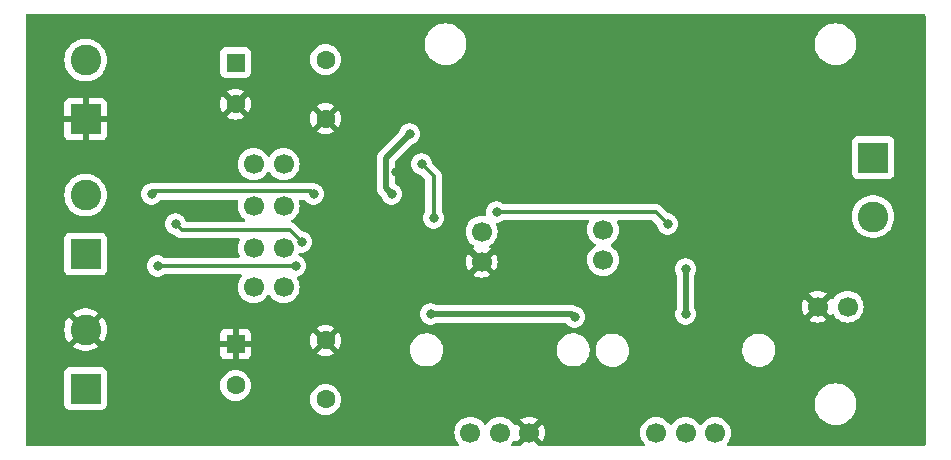
<source format=gbr>
%TF.GenerationSoftware,KiCad,Pcbnew,7.0.7-7.0.7~ubuntu22.04.1*%
%TF.CreationDate,2024-07-22T06:27:45-04:00*%
%TF.ProjectId,adjustable_instamp,61646a75-7374-4616-926c-655f696e7374,rev?*%
%TF.SameCoordinates,Original*%
%TF.FileFunction,Copper,L2,Bot*%
%TF.FilePolarity,Positive*%
%FSLAX46Y46*%
G04 Gerber Fmt 4.6, Leading zero omitted, Abs format (unit mm)*
G04 Created by KiCad (PCBNEW 7.0.7-7.0.7~ubuntu22.04.1) date 2024-07-22 06:27:45*
%MOMM*%
%LPD*%
G01*
G04 APERTURE LIST*
%TA.AperFunction,ComponentPad*%
%ADD10C,1.700000*%
%TD*%
%TA.AperFunction,ComponentPad*%
%ADD11R,2.600000X2.600000*%
%TD*%
%TA.AperFunction,ComponentPad*%
%ADD12C,2.600000*%
%TD*%
%TA.AperFunction,ComponentPad*%
%ADD13C,1.600000*%
%TD*%
%TA.AperFunction,ComponentPad*%
%ADD14R,1.600000X1.600000*%
%TD*%
%TA.AperFunction,ViaPad*%
%ADD15C,0.800000*%
%TD*%
%TA.AperFunction,Conductor*%
%ADD16C,0.500000*%
%TD*%
%TA.AperFunction,Conductor*%
%ADD17C,0.375000*%
%TD*%
G04 APERTURE END LIST*
D10*
%TO.P,J9,1*%
%TO.N,Net-(J9-Pad1)*%
X133604000Y-84836000D03*
%TO.P,J9,2*%
%TO.N,/Rg+*%
X136144000Y-84836000D03*
%TD*%
%TO.P,J11,1*%
%TO.N,Net-(J11-Pad1)*%
X133604000Y-91694000D03*
%TO.P,J11,2*%
%TO.N,/Rg+*%
X136144000Y-91694000D03*
%TD*%
%TO.P,J10,1*%
%TO.N,Net-(J10-Pad1)*%
X133604000Y-88392000D03*
%TO.P,J10,2*%
%TO.N,/Rg+*%
X136144000Y-88392000D03*
%TD*%
%TO.P,J8,1*%
%TO.N,Net-(J8-Pad1)*%
X133604000Y-81280000D03*
%TO.P,J8,2*%
%TO.N,/Rg+*%
X136144000Y-81280000D03*
%TD*%
D11*
%TO.P,J4,1,Pin_1*%
%TO.N,/Vout*%
X186055000Y-80725000D03*
D12*
%TO.P,J4,2,Pin_2*%
%TO.N,/Vout_ref*%
X186055000Y-85725000D03*
%TD*%
D11*
%TO.P,J1,1,Pin_1*%
%TO.N,GND*%
X119380000Y-77470000D03*
D12*
%TO.P,J1,2,Pin_2*%
%TO.N,/+Vs*%
X119380000Y-72470000D03*
%TD*%
D11*
%TO.P,J3,1,Pin_1*%
%TO.N,/-Vs*%
X119380000Y-100290000D03*
D12*
%TO.P,J3,2,Pin_2*%
%TO.N,GND*%
X119380000Y-95290000D03*
%TD*%
D13*
%TO.P,C4,1*%
%TO.N,GND*%
X139700000Y-96210000D03*
%TO.P,C4,2*%
%TO.N,/-Vs*%
X139700000Y-101210000D03*
%TD*%
D10*
%TO.P,R5,1*%
%TO.N,unconnected-(R5-Pad1)*%
X151955000Y-104013000D03*
%TO.P,R5,2*%
%TO.N,/V+2*%
X154455000Y-104013000D03*
%TO.P,R5,3*%
%TO.N,GND*%
X156955000Y-104013000D03*
%TD*%
%TO.P,R8,1*%
%TO.N,unconnected-(R8-Pad1)*%
X167680000Y-104033000D03*
%TO.P,R8,2*%
%TO.N,/V-2*%
X170180000Y-104033000D03*
%TO.P,R8,3*%
%TO.N,/-Vs*%
X172680000Y-104033000D03*
%TD*%
D13*
%TO.P,C3,1*%
%TO.N,/+Vs*%
X139700000Y-72430000D03*
%TO.P,C3,2*%
%TO.N,GND*%
X139700000Y-77430000D03*
%TD*%
D11*
%TO.P,J2,1,Pin_1*%
%TO.N,/+In*%
X119380000Y-88900000D03*
D12*
%TO.P,J2,2,Pin_2*%
%TO.N,/-In*%
X119380000Y-83900000D03*
%TD*%
D14*
%TO.P,C2,1*%
%TO.N,GND*%
X132080000Y-96520000D03*
D13*
%TO.P,C2,2*%
%TO.N,/-Vs*%
X132080000Y-100020000D03*
%TD*%
D10*
%TO.P,J6,1*%
%TO.N,/V+2*%
X152908000Y-86995000D03*
%TO.P,J6,2*%
%TO.N,GND*%
X152908000Y-89535000D03*
%TD*%
%TO.P,J7,1*%
%TO.N,/V-2*%
X163195000Y-86853000D03*
%TO.P,J7,2*%
%TO.N,/-Vs*%
X163195000Y-89393000D03*
%TD*%
D14*
%TO.P,C1,1*%
%TO.N,/+Vs*%
X132080000Y-72700000D03*
D13*
%TO.P,C1,2*%
%TO.N,GND*%
X132080000Y-76200000D03*
%TD*%
D10*
%TO.P,J5,1*%
%TO.N,/Vout_ref*%
X183896000Y-93345000D03*
%TO.P,J5,2*%
%TO.N,GND*%
X181356000Y-93345000D03*
%TD*%
D15*
%TO.N,/+Vs*%
X146812000Y-78740000D03*
X145288000Y-83820000D03*
%TO.N,/+In*%
X137160000Y-89916000D03*
X125476000Y-89916000D03*
%TO.N,/-In*%
X138684000Y-83820000D03*
X124968000Y-83820000D03*
%TO.N,/Rg-*%
X127000000Y-86360000D03*
X137668000Y-87884000D03*
%TO.N,GND*%
X146812000Y-87884000D03*
%TO.N,/Vo1*%
X147828000Y-81280000D03*
X148844000Y-85852000D03*
%TO.N,GND*%
X145642000Y-81942000D03*
X144272000Y-93980000D03*
X176022000Y-88392000D03*
X176022000Y-78994000D03*
%TO.N,/-Vs*%
X160782000Y-94234000D03*
X148590000Y-93980000D03*
%TO.N,/V+2*%
X154178000Y-85344000D03*
X168656000Y-86360000D03*
%TO.N,/V-2*%
X170180000Y-93980000D03*
X170180000Y-90170000D03*
%TD*%
D16*
%TO.N,/+Vs*%
X144792000Y-80760000D02*
X146812000Y-78740000D01*
X144792000Y-83324000D02*
X144792000Y-80760000D01*
X145288000Y-83820000D02*
X144792000Y-83324000D01*
D17*
%TO.N,/+In*%
X125476000Y-89916000D02*
X137160000Y-89916000D01*
%TO.N,/-In*%
X138462500Y-83598500D02*
X138684000Y-83820000D01*
X125189500Y-83598500D02*
X138462500Y-83598500D01*
X124968000Y-83820000D02*
X125189500Y-83598500D01*
%TO.N,/Rg-*%
X127508000Y-86868000D02*
X127000000Y-86360000D01*
X137668000Y-87884000D02*
X136938500Y-87154500D01*
X136652000Y-86868000D02*
X127508000Y-86868000D01*
X136938500Y-87154500D02*
X136652000Y-86868000D01*
%TO.N,/Vo1*%
X148844000Y-85852000D02*
X148844000Y-82296000D01*
X148844000Y-82296000D02*
X147828000Y-81280000D01*
D16*
%TO.N,/-Vs*%
X148590000Y-93980000D02*
X160528000Y-93980000D01*
X160528000Y-93980000D02*
X160782000Y-94234000D01*
D17*
%TO.N,/V+2*%
X167640000Y-85344000D02*
X168656000Y-86360000D01*
X154178000Y-85344000D02*
X167640000Y-85344000D01*
D16*
%TO.N,/V-2*%
X170180000Y-93980000D02*
X170180000Y-90170000D01*
%TD*%
%TA.AperFunction,Conductor*%
%TO.N,GND*%
G36*
X190442539Y-68600185D02*
G01*
X190488294Y-68652989D01*
X190499500Y-68704500D01*
X190499500Y-105032000D01*
X190479815Y-105099039D01*
X190427011Y-105144794D01*
X190375500Y-105156000D01*
X173766258Y-105156000D01*
X173699219Y-105136315D01*
X173653464Y-105083511D01*
X173643520Y-105014353D01*
X173672545Y-104950797D01*
X173678577Y-104944319D01*
X173678576Y-104944319D01*
X173718495Y-104904401D01*
X173854035Y-104710830D01*
X173953903Y-104496663D01*
X174015063Y-104268408D01*
X174035659Y-104033000D01*
X174015063Y-103797592D01*
X173953903Y-103569337D01*
X173854035Y-103355171D01*
X173850765Y-103350500D01*
X173718494Y-103161597D01*
X173551402Y-102994506D01*
X173551395Y-102994501D01*
X173357834Y-102858967D01*
X173357830Y-102858965D01*
X173314938Y-102838964D01*
X173143663Y-102759097D01*
X173143659Y-102759096D01*
X173143655Y-102759094D01*
X172915413Y-102697938D01*
X172915403Y-102697936D01*
X172680001Y-102677341D01*
X172679999Y-102677341D01*
X172444596Y-102697936D01*
X172444586Y-102697938D01*
X172216344Y-102759094D01*
X172216335Y-102759098D01*
X172002171Y-102858964D01*
X172002169Y-102858965D01*
X171808597Y-102994505D01*
X171641508Y-103161594D01*
X171531574Y-103318596D01*
X171476997Y-103362221D01*
X171407498Y-103369413D01*
X171345144Y-103337891D01*
X171328424Y-103318595D01*
X171328236Y-103318327D01*
X171279809Y-103249166D01*
X171218494Y-103161597D01*
X171051402Y-102994506D01*
X171051395Y-102994501D01*
X170857834Y-102858967D01*
X170857830Y-102858965D01*
X170814938Y-102838964D01*
X170643663Y-102759097D01*
X170643659Y-102759096D01*
X170643655Y-102759094D01*
X170415413Y-102697938D01*
X170415403Y-102697936D01*
X170180001Y-102677341D01*
X170179999Y-102677341D01*
X169944596Y-102697936D01*
X169944586Y-102697938D01*
X169716344Y-102759094D01*
X169716335Y-102759098D01*
X169502171Y-102858964D01*
X169502169Y-102858965D01*
X169308597Y-102994505D01*
X169141505Y-103161597D01*
X169031575Y-103318595D01*
X168976998Y-103362220D01*
X168907500Y-103369414D01*
X168845145Y-103337891D01*
X168828425Y-103318595D01*
X168718494Y-103161597D01*
X168551402Y-102994506D01*
X168551395Y-102994501D01*
X168357834Y-102858967D01*
X168357830Y-102858965D01*
X168314938Y-102838964D01*
X168143663Y-102759097D01*
X168143659Y-102759096D01*
X168143655Y-102759094D01*
X167915413Y-102697938D01*
X167915403Y-102697936D01*
X167680001Y-102677341D01*
X167679999Y-102677341D01*
X167444596Y-102697936D01*
X167444586Y-102697938D01*
X167216344Y-102759094D01*
X167216335Y-102759098D01*
X167002171Y-102858964D01*
X167002169Y-102858965D01*
X166808597Y-102994505D01*
X166641505Y-103161597D01*
X166505965Y-103355169D01*
X166505964Y-103355171D01*
X166406098Y-103569335D01*
X166406094Y-103569344D01*
X166344938Y-103797586D01*
X166344936Y-103797596D01*
X166324341Y-104032999D01*
X166324341Y-104033000D01*
X166344936Y-104268403D01*
X166344938Y-104268413D01*
X166406094Y-104496655D01*
X166406096Y-104496659D01*
X166406097Y-104496663D01*
X166420674Y-104527923D01*
X166505965Y-104710830D01*
X166505967Y-104710834D01*
X166531575Y-104747405D01*
X166641501Y-104904396D01*
X166641506Y-104904402D01*
X166681423Y-104944319D01*
X166714908Y-105005642D01*
X166709924Y-105075334D01*
X166668052Y-105131267D01*
X166602588Y-105155684D01*
X166593742Y-105156000D01*
X157795809Y-105156000D01*
X157728770Y-105136315D01*
X157708128Y-105119681D01*
X157248165Y-104659718D01*
X157214680Y-104598395D01*
X157219664Y-104528703D01*
X157257588Y-104475853D01*
X157360739Y-104391934D01*
X157411052Y-104320655D01*
X157465793Y-104277239D01*
X157535318Y-104270310D01*
X157597553Y-104302068D01*
X157600037Y-104304484D01*
X158069925Y-104774373D01*
X158069926Y-104774373D01*
X158128598Y-104690582D01*
X158128600Y-104690578D01*
X158228429Y-104476492D01*
X158228433Y-104476483D01*
X158289567Y-104248326D01*
X158289569Y-104248315D01*
X158310157Y-104013001D01*
X158310157Y-104012998D01*
X158289569Y-103777684D01*
X158289567Y-103777673D01*
X158228433Y-103549516D01*
X158228429Y-103549507D01*
X158128600Y-103335423D01*
X158128599Y-103335421D01*
X158069925Y-103251626D01*
X158069925Y-103251625D01*
X157603517Y-103718034D01*
X157542194Y-103751519D01*
X157472502Y-103746535D01*
X157416569Y-103704663D01*
X157413486Y-103699750D01*
X157413451Y-103699775D01*
X157408558Y-103692843D01*
X157353661Y-103634064D01*
X157305362Y-103582348D01*
X157283978Y-103569344D01*
X157270300Y-103561026D01*
X157223248Y-103509374D01*
X157211591Y-103440484D01*
X157239029Y-103376227D01*
X157247048Y-103367397D01*
X157716373Y-102898073D01*
X157716373Y-102898072D01*
X157632583Y-102839402D01*
X157632579Y-102839400D01*
X157418492Y-102739570D01*
X157418483Y-102739566D01*
X157190326Y-102678432D01*
X157190315Y-102678430D01*
X156955002Y-102657843D01*
X156954998Y-102657843D01*
X156719684Y-102678430D01*
X156719673Y-102678432D01*
X156491516Y-102739566D01*
X156491507Y-102739570D01*
X156277419Y-102839401D01*
X156193625Y-102898072D01*
X156661833Y-103366280D01*
X156695318Y-103427603D01*
X156690334Y-103497295D01*
X156652408Y-103550148D01*
X156549262Y-103634064D01*
X156549258Y-103634069D01*
X156498947Y-103705343D01*
X156444204Y-103748760D01*
X156374679Y-103755689D01*
X156312444Y-103723930D01*
X156309962Y-103721515D01*
X155840072Y-103251625D01*
X155840071Y-103251626D01*
X155806879Y-103299031D01*
X155752302Y-103342656D01*
X155682804Y-103349850D01*
X155620449Y-103318327D01*
X155603732Y-103299034D01*
X155493495Y-103141599D01*
X155326401Y-102974505D01*
X155217245Y-102898073D01*
X155132834Y-102838967D01*
X155132830Y-102838965D01*
X155132828Y-102838964D01*
X154918663Y-102739097D01*
X154918659Y-102739096D01*
X154918655Y-102739094D01*
X154690413Y-102677938D01*
X154690403Y-102677936D01*
X154455001Y-102657341D01*
X154454999Y-102657341D01*
X154219596Y-102677936D01*
X154219586Y-102677938D01*
X153991344Y-102739094D01*
X153991335Y-102739098D01*
X153777171Y-102838964D01*
X153777169Y-102838965D01*
X153583597Y-102974505D01*
X153416505Y-103141597D01*
X153306575Y-103298595D01*
X153251998Y-103342220D01*
X153182500Y-103349414D01*
X153120145Y-103317891D01*
X153103425Y-103298595D01*
X152993494Y-103141597D01*
X152826402Y-102974506D01*
X152826395Y-102974501D01*
X152632834Y-102838967D01*
X152632830Y-102838965D01*
X152632828Y-102838964D01*
X152418663Y-102739097D01*
X152418659Y-102739096D01*
X152418655Y-102739094D01*
X152190413Y-102677938D01*
X152190403Y-102677936D01*
X151955001Y-102657341D01*
X151954999Y-102657341D01*
X151719596Y-102677936D01*
X151719586Y-102677938D01*
X151491344Y-102739094D01*
X151491335Y-102739098D01*
X151277171Y-102838964D01*
X151277169Y-102838965D01*
X151083597Y-102974505D01*
X150916505Y-103141597D01*
X150780965Y-103335169D01*
X150780964Y-103335171D01*
X150681098Y-103549335D01*
X150681094Y-103549344D01*
X150619938Y-103777586D01*
X150619936Y-103777596D01*
X150599341Y-104012999D01*
X150599341Y-104013000D01*
X150619936Y-104248403D01*
X150619938Y-104248413D01*
X150681094Y-104476655D01*
X150681096Y-104476659D01*
X150681097Y-104476663D01*
X150721357Y-104563000D01*
X150780965Y-104690830D01*
X150780967Y-104690834D01*
X150820579Y-104747405D01*
X150916501Y-104884396D01*
X150916506Y-104884402D01*
X150976423Y-104944319D01*
X151009908Y-105005642D01*
X151004924Y-105075334D01*
X150963052Y-105131267D01*
X150897588Y-105155684D01*
X150888742Y-105156000D01*
X114424500Y-105156000D01*
X114357461Y-105136315D01*
X114311706Y-105083511D01*
X114300500Y-105032000D01*
X114300500Y-101637870D01*
X117579500Y-101637870D01*
X117579501Y-101637876D01*
X117585908Y-101697483D01*
X117636202Y-101832328D01*
X117636206Y-101832335D01*
X117722452Y-101947544D01*
X117722455Y-101947547D01*
X117837664Y-102033793D01*
X117837671Y-102033797D01*
X117972517Y-102084091D01*
X117972516Y-102084091D01*
X117979444Y-102084835D01*
X118032127Y-102090500D01*
X120727872Y-102090499D01*
X120787483Y-102084091D01*
X120922331Y-102033796D01*
X121037546Y-101947546D01*
X121123796Y-101832331D01*
X121174091Y-101697483D01*
X121180500Y-101637873D01*
X121180499Y-100020001D01*
X130774532Y-100020001D01*
X130794364Y-100246686D01*
X130794366Y-100246697D01*
X130853258Y-100466488D01*
X130853261Y-100466497D01*
X130949431Y-100672732D01*
X130949432Y-100672734D01*
X131079954Y-100859141D01*
X131240858Y-101020045D01*
X131240861Y-101020047D01*
X131427266Y-101150568D01*
X131633504Y-101246739D01*
X131853308Y-101305635D01*
X132015230Y-101319801D01*
X132079998Y-101325468D01*
X132080000Y-101325468D01*
X132080002Y-101325468D01*
X132136673Y-101320509D01*
X132306692Y-101305635D01*
X132526496Y-101246739D01*
X132605280Y-101210001D01*
X138394532Y-101210001D01*
X138414364Y-101436686D01*
X138414366Y-101436697D01*
X138473258Y-101656488D01*
X138473261Y-101656497D01*
X138569431Y-101862732D01*
X138569432Y-101862734D01*
X138699954Y-102049141D01*
X138860858Y-102210045D01*
X138860861Y-102210047D01*
X139047266Y-102340568D01*
X139253504Y-102436739D01*
X139473308Y-102495635D01*
X139635230Y-102509801D01*
X139699998Y-102515468D01*
X139700000Y-102515468D01*
X139700002Y-102515468D01*
X139756673Y-102510509D01*
X139926692Y-102495635D01*
X140146496Y-102436739D01*
X140352734Y-102340568D01*
X140539139Y-102210047D01*
X140700047Y-102049139D01*
X140830568Y-101862734D01*
X140891910Y-101731187D01*
X181129500Y-101731187D01*
X181149328Y-101862732D01*
X181168604Y-101990615D01*
X181168605Y-101990617D01*
X181168606Y-101990623D01*
X181245938Y-102241326D01*
X181359767Y-102477696D01*
X181359768Y-102477697D01*
X181359770Y-102477700D01*
X181359772Y-102477704D01*
X181496288Y-102677936D01*
X181507567Y-102694479D01*
X181686014Y-102886801D01*
X181686018Y-102886804D01*
X181686019Y-102886805D01*
X181891143Y-103050386D01*
X182118357Y-103181568D01*
X182362584Y-103277420D01*
X182618370Y-103335802D01*
X182618376Y-103335802D01*
X182618379Y-103335803D01*
X182814500Y-103350500D01*
X182814506Y-103350500D01*
X182945500Y-103350500D01*
X183141620Y-103335803D01*
X183141622Y-103335802D01*
X183141630Y-103335802D01*
X183397416Y-103277420D01*
X183641643Y-103181568D01*
X183868857Y-103050386D01*
X184073981Y-102886805D01*
X184252433Y-102694479D01*
X184400228Y-102477704D01*
X184514063Y-102241323D01*
X184591396Y-101990615D01*
X184630500Y-101731182D01*
X184630500Y-101468818D01*
X184591396Y-101209385D01*
X184514063Y-100958677D01*
X184466128Y-100859139D01*
X184400232Y-100722303D01*
X184400231Y-100722302D01*
X184400230Y-100722301D01*
X184400228Y-100722296D01*
X184252433Y-100505521D01*
X184216216Y-100466488D01*
X184073985Y-100313198D01*
X183990581Y-100246686D01*
X183868857Y-100149614D01*
X183641643Y-100018432D01*
X183397416Y-99922580D01*
X183397411Y-99922578D01*
X183397402Y-99922576D01*
X183179818Y-99872914D01*
X183141630Y-99864198D01*
X183141629Y-99864197D01*
X183141625Y-99864197D01*
X183141620Y-99864196D01*
X182945500Y-99849500D01*
X182945494Y-99849500D01*
X182814506Y-99849500D01*
X182814500Y-99849500D01*
X182618379Y-99864196D01*
X182618374Y-99864197D01*
X182362597Y-99922576D01*
X182362578Y-99922582D01*
X182118356Y-100018432D01*
X181891143Y-100149614D01*
X181686014Y-100313198D01*
X181507567Y-100505520D01*
X181359768Y-100722302D01*
X181359767Y-100722303D01*
X181245938Y-100958673D01*
X181168606Y-101209376D01*
X181168605Y-101209381D01*
X181168604Y-101209385D01*
X181154097Y-101305633D01*
X181129500Y-101468812D01*
X181129500Y-101731187D01*
X140891910Y-101731187D01*
X140926739Y-101656496D01*
X140985635Y-101436692D01*
X141005468Y-101210000D01*
X141005413Y-101209376D01*
X140985635Y-100983313D01*
X140985635Y-100983308D01*
X140926739Y-100763504D01*
X140830568Y-100557266D01*
X140700047Y-100370861D01*
X140700045Y-100370858D01*
X140539141Y-100209954D01*
X140352734Y-100079432D01*
X140352732Y-100079431D01*
X140146497Y-99983261D01*
X140146488Y-99983258D01*
X139926697Y-99924366D01*
X139926693Y-99924365D01*
X139926692Y-99924365D01*
X139926691Y-99924364D01*
X139926686Y-99924364D01*
X139700002Y-99904532D01*
X139699998Y-99904532D01*
X139473313Y-99924364D01*
X139473302Y-99924366D01*
X139253511Y-99983258D01*
X139253502Y-99983261D01*
X139047267Y-100079431D01*
X139047265Y-100079432D01*
X138860858Y-100209954D01*
X138699954Y-100370858D01*
X138569432Y-100557265D01*
X138569431Y-100557267D01*
X138473261Y-100763502D01*
X138473258Y-100763511D01*
X138414366Y-100983302D01*
X138414364Y-100983313D01*
X138394532Y-101209998D01*
X138394532Y-101210001D01*
X132605280Y-101210001D01*
X132732734Y-101150568D01*
X132919139Y-101020047D01*
X133080047Y-100859139D01*
X133210568Y-100672734D01*
X133306739Y-100466496D01*
X133365635Y-100246692D01*
X133385468Y-100020000D01*
X133382253Y-99983258D01*
X133365635Y-99793313D01*
X133365635Y-99793308D01*
X133306739Y-99573504D01*
X133210568Y-99367266D01*
X133080047Y-99180861D01*
X133080045Y-99180858D01*
X132919141Y-99019954D01*
X132732734Y-98889432D01*
X132732732Y-98889431D01*
X132526497Y-98793261D01*
X132526488Y-98793258D01*
X132306697Y-98734366D01*
X132306693Y-98734365D01*
X132306692Y-98734365D01*
X132306691Y-98734364D01*
X132306686Y-98734364D01*
X132080002Y-98714532D01*
X132079998Y-98714532D01*
X131853313Y-98734364D01*
X131853302Y-98734366D01*
X131633511Y-98793258D01*
X131633502Y-98793261D01*
X131427267Y-98889431D01*
X131427265Y-98889432D01*
X131240858Y-99019954D01*
X131079954Y-99180858D01*
X130949432Y-99367265D01*
X130949431Y-99367267D01*
X130853261Y-99573502D01*
X130853258Y-99573511D01*
X130794366Y-99793302D01*
X130794364Y-99793313D01*
X130774532Y-100019998D01*
X130774532Y-100020001D01*
X121180499Y-100020001D01*
X121180499Y-98942128D01*
X121174091Y-98882517D01*
X121123796Y-98747669D01*
X121123795Y-98747668D01*
X121123793Y-98747664D01*
X121037547Y-98632455D01*
X121037544Y-98632452D01*
X120922335Y-98546206D01*
X120922328Y-98546202D01*
X120787482Y-98495908D01*
X120787483Y-98495908D01*
X120727883Y-98489501D01*
X120727881Y-98489500D01*
X120727873Y-98489500D01*
X120727864Y-98489500D01*
X118032129Y-98489500D01*
X118032123Y-98489501D01*
X117972516Y-98495908D01*
X117837671Y-98546202D01*
X117837664Y-98546206D01*
X117722455Y-98632452D01*
X117722452Y-98632455D01*
X117636206Y-98747664D01*
X117636202Y-98747671D01*
X117585908Y-98882517D01*
X117579501Y-98942116D01*
X117579501Y-98942123D01*
X117579500Y-98942135D01*
X117579500Y-101637870D01*
X114300500Y-101637870D01*
X114300500Y-97367844D01*
X130780000Y-97367844D01*
X130786401Y-97427372D01*
X130786403Y-97427379D01*
X130836645Y-97562086D01*
X130836649Y-97562093D01*
X130922809Y-97677187D01*
X130922812Y-97677190D01*
X131037906Y-97763350D01*
X131037913Y-97763354D01*
X131172620Y-97813596D01*
X131172627Y-97813598D01*
X131232155Y-97819999D01*
X131232172Y-97820000D01*
X131829999Y-97820000D01*
X131829999Y-97030575D01*
X131849683Y-96963536D01*
X131902487Y-96917781D01*
X131971646Y-96907837D01*
X131973353Y-96908095D01*
X131998583Y-96912091D01*
X132048515Y-96920000D01*
X132048519Y-96920000D01*
X132111485Y-96920000D01*
X132154300Y-96913218D01*
X132186602Y-96908102D01*
X132255894Y-96917056D01*
X132309347Y-96962052D01*
X132329987Y-97028803D01*
X132330000Y-97030575D01*
X132330000Y-97820000D01*
X132927828Y-97820000D01*
X132927844Y-97819999D01*
X132987372Y-97813598D01*
X132987379Y-97813596D01*
X133122086Y-97763354D01*
X133122093Y-97763350D01*
X133237187Y-97677190D01*
X133237190Y-97677187D01*
X133323350Y-97562093D01*
X133323354Y-97562086D01*
X133373596Y-97427379D01*
X133373598Y-97427372D01*
X133379999Y-97367844D01*
X133380000Y-97367827D01*
X133380000Y-96770000D01*
X132590576Y-96770000D01*
X132523537Y-96750315D01*
X132477782Y-96697511D01*
X132467838Y-96628353D01*
X132468103Y-96626603D01*
X132484986Y-96520003D01*
X132484986Y-96519996D01*
X132468103Y-96413397D01*
X132477058Y-96344104D01*
X132522054Y-96290652D01*
X132588806Y-96270013D01*
X132590576Y-96270000D01*
X133380000Y-96270000D01*
X133380000Y-96210002D01*
X138395034Y-96210002D01*
X138414858Y-96436599D01*
X138414860Y-96436610D01*
X138473730Y-96656317D01*
X138473734Y-96656326D01*
X138569865Y-96862481D01*
X138569866Y-96862483D01*
X138620973Y-96935471D01*
X138620973Y-96935472D01*
X139162580Y-96393865D01*
X139223903Y-96360380D01*
X139293594Y-96365364D01*
X139349528Y-96407235D01*
X139360742Y-96425246D01*
X139366527Y-96436599D01*
X139372358Y-96448044D01*
X139372363Y-96448050D01*
X139461949Y-96537636D01*
X139461951Y-96537637D01*
X139461955Y-96537641D01*
X139484747Y-96549254D01*
X139535542Y-96597228D01*
X139552337Y-96665049D01*
X139529799Y-96731184D01*
X139516132Y-96747419D01*
X138974526Y-97289025D01*
X138974526Y-97289026D01*
X139047512Y-97340131D01*
X139047516Y-97340133D01*
X139253673Y-97436265D01*
X139253682Y-97436269D01*
X139473389Y-97495139D01*
X139473400Y-97495141D01*
X139699998Y-97514966D01*
X139700002Y-97514966D01*
X139926599Y-97495141D01*
X139926610Y-97495139D01*
X140146317Y-97436269D01*
X140146331Y-97436264D01*
X140352478Y-97340136D01*
X140425472Y-97289025D01*
X140089793Y-96953346D01*
X146850702Y-96953346D01*
X146860819Y-97191528D01*
X146860819Y-97191532D01*
X146911045Y-97424580D01*
X146966303Y-97562093D01*
X146999936Y-97645790D01*
X147124931Y-97848795D01*
X147282436Y-98027755D01*
X147467920Y-98177523D01*
X147676046Y-98293790D01*
X147801951Y-98338275D01*
X147900829Y-98373211D01*
X148135790Y-98413499D01*
X148135798Y-98413499D01*
X148135800Y-98413500D01*
X148135801Y-98413500D01*
X148314502Y-98413500D01*
X148492536Y-98398347D01*
X148492539Y-98398346D01*
X148492541Y-98398346D01*
X148723249Y-98338275D01*
X148896235Y-98260080D01*
X148940480Y-98240080D01*
X148940481Y-98240078D01*
X148940486Y-98240077D01*
X149108412Y-98126579D01*
X149137993Y-98106586D01*
X149137994Y-98106584D01*
X149138003Y-98106579D01*
X149310118Y-97941621D01*
X149451879Y-97749947D01*
X149559207Y-97537074D01*
X149629016Y-97309123D01*
X149659298Y-97072654D01*
X149655079Y-96973346D01*
X149654230Y-96953346D01*
X159250702Y-96953346D01*
X159260819Y-97191528D01*
X159260819Y-97191532D01*
X159311045Y-97424580D01*
X159366303Y-97562093D01*
X159399936Y-97645790D01*
X159524931Y-97848795D01*
X159682436Y-98027755D01*
X159867920Y-98177523D01*
X160076046Y-98293790D01*
X160201951Y-98338275D01*
X160300829Y-98373211D01*
X160535790Y-98413499D01*
X160535798Y-98413499D01*
X160535800Y-98413500D01*
X160535801Y-98413500D01*
X160714502Y-98413500D01*
X160892536Y-98398347D01*
X160892539Y-98398346D01*
X160892541Y-98398346D01*
X161123249Y-98338275D01*
X161296235Y-98260080D01*
X161340480Y-98240080D01*
X161340481Y-98240078D01*
X161340486Y-98240077D01*
X161508412Y-98126579D01*
X161537993Y-98106586D01*
X161537994Y-98106584D01*
X161538003Y-98106579D01*
X161710118Y-97941621D01*
X161851879Y-97749947D01*
X161959207Y-97537074D01*
X162029016Y-97309123D01*
X162059298Y-97072654D01*
X162055079Y-96973346D01*
X162575702Y-96973346D01*
X162585819Y-97211528D01*
X162585819Y-97211532D01*
X162636045Y-97444580D01*
X162716898Y-97645788D01*
X162724936Y-97665790D01*
X162849931Y-97868795D01*
X163007436Y-98047755D01*
X163192920Y-98197523D01*
X163401046Y-98313790D01*
X163526951Y-98358275D01*
X163625829Y-98393211D01*
X163860790Y-98433499D01*
X163860798Y-98433499D01*
X163860800Y-98433500D01*
X163860801Y-98433500D01*
X164039502Y-98433500D01*
X164217536Y-98418347D01*
X164217539Y-98418346D01*
X164217541Y-98418346D01*
X164448249Y-98358275D01*
X164590907Y-98293789D01*
X164665480Y-98260080D01*
X164665481Y-98260078D01*
X164665486Y-98260077D01*
X164863003Y-98126579D01*
X165035118Y-97961621D01*
X165176879Y-97769947D01*
X165284207Y-97557074D01*
X165354016Y-97329123D01*
X165384298Y-97092654D01*
X165383448Y-97072654D01*
X165379230Y-96973346D01*
X174975702Y-96973346D01*
X174985819Y-97211528D01*
X174985819Y-97211532D01*
X175036045Y-97444580D01*
X175116898Y-97645788D01*
X175124936Y-97665790D01*
X175249931Y-97868795D01*
X175407436Y-98047755D01*
X175592920Y-98197523D01*
X175801046Y-98313790D01*
X175926951Y-98358275D01*
X176025829Y-98393211D01*
X176260790Y-98433499D01*
X176260798Y-98433499D01*
X176260800Y-98433500D01*
X176260801Y-98433500D01*
X176439502Y-98433500D01*
X176617536Y-98418347D01*
X176617539Y-98418346D01*
X176617541Y-98418346D01*
X176848249Y-98358275D01*
X176990907Y-98293789D01*
X177065480Y-98260080D01*
X177065481Y-98260078D01*
X177065486Y-98260077D01*
X177263003Y-98126579D01*
X177435118Y-97961621D01*
X177576879Y-97769947D01*
X177684207Y-97557074D01*
X177754016Y-97329123D01*
X177784298Y-97092654D01*
X177783448Y-97072654D01*
X177774180Y-96854471D01*
X177774180Y-96854467D01*
X177723954Y-96621419D01*
X177694955Y-96549253D01*
X177635064Y-96400210D01*
X177510069Y-96197205D01*
X177352564Y-96018245D01*
X177167080Y-95868477D01*
X177050937Y-95803595D01*
X176958955Y-95752210D01*
X176734170Y-95672788D01*
X176499209Y-95632500D01*
X176499200Y-95632500D01*
X176320503Y-95632500D01*
X176320498Y-95632500D01*
X176142463Y-95647652D01*
X175911751Y-95707724D01*
X175694519Y-95805919D01*
X175694511Y-95805924D01*
X175497006Y-95939413D01*
X175496997Y-95939421D01*
X175324881Y-96104379D01*
X175183123Y-96296050D01*
X175183120Y-96296054D01*
X175075796Y-96508920D01*
X175075793Y-96508926D01*
X175005983Y-96736878D01*
X174975702Y-96973346D01*
X165379230Y-96973346D01*
X165374180Y-96854471D01*
X165374180Y-96854467D01*
X165323954Y-96621419D01*
X165294955Y-96549253D01*
X165235064Y-96400210D01*
X165110069Y-96197205D01*
X164952564Y-96018245D01*
X164767080Y-95868477D01*
X164650937Y-95803595D01*
X164558955Y-95752210D01*
X164334170Y-95672788D01*
X164099209Y-95632500D01*
X164099200Y-95632500D01*
X163920503Y-95632500D01*
X163920498Y-95632500D01*
X163742463Y-95647652D01*
X163511751Y-95707724D01*
X163294519Y-95805919D01*
X163294511Y-95805924D01*
X163097006Y-95939413D01*
X163096997Y-95939421D01*
X162924881Y-96104379D01*
X162783123Y-96296050D01*
X162783120Y-96296054D01*
X162675796Y-96508920D01*
X162675793Y-96508926D01*
X162605983Y-96736878D01*
X162575702Y-96973346D01*
X162055079Y-96973346D01*
X162050030Y-96854471D01*
X162049180Y-96834468D01*
X162030419Y-96747419D01*
X161998954Y-96601419D01*
X161996441Y-96595165D01*
X161910064Y-96380210D01*
X161785069Y-96177205D01*
X161627564Y-95998245D01*
X161442080Y-95848477D01*
X161297296Y-95767595D01*
X161233955Y-95732210D01*
X161009170Y-95652788D01*
X160774209Y-95612500D01*
X160774200Y-95612500D01*
X160595503Y-95612500D01*
X160595498Y-95612500D01*
X160417463Y-95627652D01*
X160186751Y-95687724D01*
X159969519Y-95785919D01*
X159969511Y-95785924D01*
X159772006Y-95919413D01*
X159771997Y-95919421D01*
X159599881Y-96084379D01*
X159458123Y-96276050D01*
X159458120Y-96276054D01*
X159350796Y-96488920D01*
X159350793Y-96488926D01*
X159280983Y-96716878D01*
X159250702Y-96953346D01*
X149654230Y-96953346D01*
X149650030Y-96854471D01*
X149649180Y-96834468D01*
X149630419Y-96747419D01*
X149598954Y-96601419D01*
X149596441Y-96595165D01*
X149510064Y-96380210D01*
X149385069Y-96177205D01*
X149227564Y-95998245D01*
X149042080Y-95848477D01*
X148897296Y-95767595D01*
X148833955Y-95732210D01*
X148609170Y-95652788D01*
X148374209Y-95612500D01*
X148374200Y-95612500D01*
X148195503Y-95612500D01*
X148195498Y-95612500D01*
X148017463Y-95627652D01*
X147786751Y-95687724D01*
X147569519Y-95785919D01*
X147569511Y-95785924D01*
X147372006Y-95919413D01*
X147371997Y-95919421D01*
X147199881Y-96084379D01*
X147058123Y-96276050D01*
X147058120Y-96276054D01*
X146950796Y-96488920D01*
X146950793Y-96488926D01*
X146880983Y-96716878D01*
X146850702Y-96953346D01*
X140089793Y-96953346D01*
X139883866Y-96747419D01*
X139850381Y-96686096D01*
X139855365Y-96616404D01*
X139897237Y-96560471D01*
X139915245Y-96549258D01*
X139938045Y-96537641D01*
X140027641Y-96448045D01*
X140039254Y-96425252D01*
X140087225Y-96374458D01*
X140155046Y-96357661D01*
X140221181Y-96380197D01*
X140237419Y-96393866D01*
X140779025Y-96935472D01*
X140830136Y-96862478D01*
X140926264Y-96656331D01*
X140926269Y-96656317D01*
X140985139Y-96436610D01*
X140985141Y-96436599D01*
X141004966Y-96210002D01*
X141004966Y-96209997D01*
X140985141Y-95983400D01*
X140985139Y-95983389D01*
X140926269Y-95763682D01*
X140926265Y-95763673D01*
X140830133Y-95557516D01*
X140830131Y-95557512D01*
X140779026Y-95484526D01*
X140779025Y-95484526D01*
X140237419Y-96026132D01*
X140176096Y-96059617D01*
X140106404Y-96054633D01*
X140050471Y-96012761D01*
X140039256Y-95994751D01*
X140027641Y-95971955D01*
X140027637Y-95971951D01*
X140027636Y-95971949D01*
X139938050Y-95882363D01*
X139938044Y-95882358D01*
X139925119Y-95875773D01*
X139915250Y-95870744D01*
X139864456Y-95822773D01*
X139847660Y-95754952D01*
X139870197Y-95688817D01*
X139883865Y-95672580D01*
X140425472Y-95130973D01*
X140352483Y-95079866D01*
X140352481Y-95079865D01*
X140146326Y-94983734D01*
X140146317Y-94983730D01*
X139926610Y-94924860D01*
X139926599Y-94924858D01*
X139700002Y-94905034D01*
X139699998Y-94905034D01*
X139473400Y-94924858D01*
X139473389Y-94924860D01*
X139253682Y-94983730D01*
X139253673Y-94983734D01*
X139047513Y-95079868D01*
X138974526Y-95130973D01*
X139516133Y-95672580D01*
X139549618Y-95733903D01*
X139544634Y-95803595D01*
X139502762Y-95859528D01*
X139484748Y-95870745D01*
X139461956Y-95882358D01*
X139461949Y-95882363D01*
X139372363Y-95971949D01*
X139372358Y-95971956D01*
X139360745Y-95994748D01*
X139312770Y-96045544D01*
X139244949Y-96062338D01*
X139178814Y-96039800D01*
X139162580Y-96026133D01*
X138620973Y-95484526D01*
X138569868Y-95557513D01*
X138473734Y-95763673D01*
X138473730Y-95763682D01*
X138414860Y-95983389D01*
X138414858Y-95983400D01*
X138395034Y-96209997D01*
X138395034Y-96210002D01*
X133380000Y-96210002D01*
X133380000Y-95672172D01*
X133379999Y-95672155D01*
X133373598Y-95612627D01*
X133373596Y-95612620D01*
X133323354Y-95477913D01*
X133323350Y-95477906D01*
X133237190Y-95362812D01*
X133237187Y-95362809D01*
X133122093Y-95276649D01*
X133122086Y-95276645D01*
X132987379Y-95226403D01*
X132987372Y-95226401D01*
X132927844Y-95220000D01*
X132330000Y-95220000D01*
X132330000Y-96009424D01*
X132310315Y-96076463D01*
X132257511Y-96122218D01*
X132188353Y-96132162D01*
X132186602Y-96131897D01*
X132111486Y-96120000D01*
X132111481Y-96120000D01*
X132048519Y-96120000D01*
X132048512Y-96120000D01*
X131973396Y-96131897D01*
X131904103Y-96122942D01*
X131850651Y-96077946D01*
X131830012Y-96011194D01*
X131829999Y-96009424D01*
X131830000Y-95220000D01*
X131232155Y-95220000D01*
X131172627Y-95226401D01*
X131172620Y-95226403D01*
X131037913Y-95276645D01*
X131037906Y-95276649D01*
X130922812Y-95362809D01*
X130922809Y-95362812D01*
X130836649Y-95477906D01*
X130836645Y-95477913D01*
X130786403Y-95612620D01*
X130786401Y-95612627D01*
X130780000Y-95672155D01*
X130780000Y-96270000D01*
X131569424Y-96270000D01*
X131636463Y-96289685D01*
X131682218Y-96342489D01*
X131692162Y-96411647D01*
X131691897Y-96413397D01*
X131675014Y-96519996D01*
X131675014Y-96520003D01*
X131691897Y-96626603D01*
X131682942Y-96695896D01*
X131637946Y-96749348D01*
X131571194Y-96769987D01*
X131569424Y-96770000D01*
X130780000Y-96770000D01*
X130780000Y-97367844D01*
X114300500Y-97367844D01*
X114300500Y-95290004D01*
X117574953Y-95290004D01*
X117595113Y-95559026D01*
X117595113Y-95559028D01*
X117655142Y-95822033D01*
X117655148Y-95822052D01*
X117753709Y-96073181D01*
X117753708Y-96073181D01*
X117888602Y-96306822D01*
X117942294Y-96374151D01*
X118662331Y-95654114D01*
X118723654Y-95620629D01*
X118793345Y-95625613D01*
X118849279Y-95667485D01*
X118854707Y-95675350D01*
X118875187Y-95707620D01*
X118875188Y-95707621D01*
X118994904Y-95820041D01*
X118998266Y-95822484D01*
X119000264Y-95825074D01*
X119000590Y-95825381D01*
X119000540Y-95825433D01*
X119040934Y-95877812D01*
X119046915Y-95947425D01*
X119014311Y-96009221D01*
X119013065Y-96010485D01*
X118294848Y-96728702D01*
X118477483Y-96853220D01*
X118477485Y-96853221D01*
X118720539Y-96970269D01*
X118720537Y-96970269D01*
X118978337Y-97049790D01*
X118978343Y-97049792D01*
X119245101Y-97089999D01*
X119245110Y-97090000D01*
X119514890Y-97090000D01*
X119514898Y-97089999D01*
X119781656Y-97049792D01*
X119781662Y-97049790D01*
X120039461Y-96970269D01*
X120282521Y-96853218D01*
X120465150Y-96728702D01*
X119743234Y-96006787D01*
X119709749Y-95945464D01*
X119714733Y-95875773D01*
X119756605Y-95819839D01*
X119757953Y-95818844D01*
X119828492Y-95767595D01*
X119914871Y-95663180D01*
X119972768Y-95624074D01*
X120042620Y-95622478D01*
X120098094Y-95654541D01*
X120817703Y-96374151D01*
X120817704Y-96374150D01*
X120871393Y-96306828D01*
X120871400Y-96306817D01*
X121006290Y-96073181D01*
X121104851Y-95822052D01*
X121104857Y-95822033D01*
X121164886Y-95559028D01*
X121164886Y-95559026D01*
X121185047Y-95290004D01*
X121185047Y-95289995D01*
X121164886Y-95020973D01*
X121164886Y-95020971D01*
X121104857Y-94757966D01*
X121104851Y-94757947D01*
X121006290Y-94506818D01*
X121006291Y-94506818D01*
X120871397Y-94273177D01*
X120817704Y-94205847D01*
X120097667Y-94925884D01*
X120036344Y-94959369D01*
X119966652Y-94954385D01*
X119910719Y-94912513D01*
X119905290Y-94904646D01*
X119889966Y-94880500D01*
X119884814Y-94872381D01*
X119820942Y-94812402D01*
X119765097Y-94759960D01*
X119761732Y-94757515D01*
X119759731Y-94754920D01*
X119759410Y-94754619D01*
X119759458Y-94754567D01*
X119719064Y-94702187D01*
X119713082Y-94632574D01*
X119745685Y-94570778D01*
X119746932Y-94569513D01*
X120336446Y-93980000D01*
X147684540Y-93980000D01*
X147704326Y-94168256D01*
X147704327Y-94168259D01*
X147762818Y-94348277D01*
X147762821Y-94348284D01*
X147857467Y-94512216D01*
X147965838Y-94632574D01*
X147984129Y-94652888D01*
X148137265Y-94764148D01*
X148137270Y-94764151D01*
X148310192Y-94841142D01*
X148310197Y-94841144D01*
X148495354Y-94880500D01*
X148495355Y-94880500D01*
X148684644Y-94880500D01*
X148684646Y-94880500D01*
X148869803Y-94841144D01*
X149042730Y-94764151D01*
X149048223Y-94760160D01*
X149056452Y-94754182D01*
X149122258Y-94730702D01*
X149129337Y-94730500D01*
X159962100Y-94730500D01*
X160029139Y-94750185D01*
X160054250Y-94771528D01*
X160176129Y-94906888D01*
X160329265Y-95018148D01*
X160329270Y-95018151D01*
X160502192Y-95095142D01*
X160502197Y-95095144D01*
X160687354Y-95134500D01*
X160687355Y-95134500D01*
X160876644Y-95134500D01*
X160876646Y-95134500D01*
X161061803Y-95095144D01*
X161234730Y-95018151D01*
X161387871Y-94906888D01*
X161514533Y-94766216D01*
X161609179Y-94602284D01*
X161667674Y-94422256D01*
X161687460Y-94234000D01*
X161667674Y-94045744D01*
X161646312Y-93980000D01*
X169274540Y-93980000D01*
X169294326Y-94168256D01*
X169294327Y-94168259D01*
X169352818Y-94348277D01*
X169352821Y-94348284D01*
X169447467Y-94512216D01*
X169555838Y-94632574D01*
X169574129Y-94652888D01*
X169727265Y-94764148D01*
X169727270Y-94764151D01*
X169900192Y-94841142D01*
X169900197Y-94841144D01*
X170085354Y-94880500D01*
X170085355Y-94880500D01*
X170274644Y-94880500D01*
X170274646Y-94880500D01*
X170459803Y-94841144D01*
X170632730Y-94764151D01*
X170785871Y-94652888D01*
X170912533Y-94512216D01*
X171007179Y-94348284D01*
X171065674Y-94168256D01*
X171085460Y-93980000D01*
X171065674Y-93791744D01*
X171007179Y-93611716D01*
X170947111Y-93507674D01*
X170930500Y-93445680D01*
X170930500Y-93345001D01*
X180000843Y-93345001D01*
X180021430Y-93580315D01*
X180021432Y-93580326D01*
X180082566Y-93808483D01*
X180082570Y-93808492D01*
X180182400Y-94022579D01*
X180182402Y-94022583D01*
X180241072Y-94106373D01*
X180241073Y-94106373D01*
X180747050Y-93600395D01*
X180808373Y-93566910D01*
X180878064Y-93571894D01*
X180933998Y-93613765D01*
X180939039Y-93621025D01*
X180939048Y-93621039D01*
X180974239Y-93675798D01*
X181089602Y-93775759D01*
X181087293Y-93778422D01*
X181122006Y-93818499D01*
X181131935Y-93887660D01*
X181102898Y-93951210D01*
X181096882Y-93957669D01*
X180594625Y-94459925D01*
X180678421Y-94518599D01*
X180892507Y-94618429D01*
X180892516Y-94618433D01*
X181120673Y-94679567D01*
X181120684Y-94679569D01*
X181355998Y-94700157D01*
X181356002Y-94700157D01*
X181591315Y-94679569D01*
X181591326Y-94679567D01*
X181819483Y-94618433D01*
X181819492Y-94618429D01*
X182033578Y-94518600D01*
X182033582Y-94518598D01*
X182117373Y-94459926D01*
X182117373Y-94459925D01*
X181615116Y-93957669D01*
X181581631Y-93896346D01*
X181586615Y-93826655D01*
X181623640Y-93777193D01*
X181622398Y-93775759D01*
X181678920Y-93726783D01*
X181737761Y-93675798D01*
X181772954Y-93621037D01*
X181825755Y-93575283D01*
X181894914Y-93565339D01*
X181958470Y-93594363D01*
X181964949Y-93600396D01*
X182470925Y-94106373D01*
X182524119Y-94030405D01*
X182578696Y-93986781D01*
X182648195Y-93979588D01*
X182710549Y-94011110D01*
X182727269Y-94030405D01*
X182857505Y-94216401D01*
X183024599Y-94383495D01*
X183079960Y-94422259D01*
X183218165Y-94519032D01*
X183218167Y-94519033D01*
X183218170Y-94519035D01*
X183432337Y-94618903D01*
X183660592Y-94680063D01*
X183848918Y-94696539D01*
X183895999Y-94700659D01*
X183896000Y-94700659D01*
X183896001Y-94700659D01*
X183935234Y-94697226D01*
X184131408Y-94680063D01*
X184359663Y-94618903D01*
X184573830Y-94519035D01*
X184767401Y-94383495D01*
X184934495Y-94216401D01*
X185070035Y-94022830D01*
X185169903Y-93808663D01*
X185231063Y-93580408D01*
X185251659Y-93345000D01*
X185231063Y-93109592D01*
X185180275Y-92920048D01*
X185169905Y-92881344D01*
X185169904Y-92881343D01*
X185169903Y-92881337D01*
X185070035Y-92667171D01*
X185064731Y-92659595D01*
X184934494Y-92473597D01*
X184767402Y-92306506D01*
X184767395Y-92306501D01*
X184573834Y-92170967D01*
X184573830Y-92170965D01*
X184545287Y-92157655D01*
X184359663Y-92071097D01*
X184359659Y-92071096D01*
X184359655Y-92071094D01*
X184131413Y-92009938D01*
X184131403Y-92009936D01*
X183896001Y-91989341D01*
X183895999Y-91989341D01*
X183660596Y-92009936D01*
X183660586Y-92009938D01*
X183432344Y-92071094D01*
X183432335Y-92071098D01*
X183218171Y-92170964D01*
X183218169Y-92170965D01*
X183024597Y-92306505D01*
X182857505Y-92473597D01*
X182727269Y-92659595D01*
X182672692Y-92703220D01*
X182603194Y-92710414D01*
X182540839Y-92678891D01*
X182524119Y-92659595D01*
X182470925Y-92583626D01*
X182470925Y-92583625D01*
X181964949Y-93089602D01*
X181903626Y-93123087D01*
X181833934Y-93118103D01*
X181778001Y-93076231D01*
X181772953Y-93068961D01*
X181737761Y-93014202D01*
X181622398Y-92914241D01*
X181624708Y-92911574D01*
X181590005Y-92871528D01*
X181580058Y-92802370D01*
X181609080Y-92738813D01*
X181615116Y-92732330D01*
X182117373Y-92230073D01*
X182117373Y-92230072D01*
X182033583Y-92171402D01*
X182033579Y-92171400D01*
X181819492Y-92071570D01*
X181819483Y-92071566D01*
X181591326Y-92010432D01*
X181591315Y-92010430D01*
X181356002Y-91989843D01*
X181355998Y-91989843D01*
X181120684Y-92010430D01*
X181120673Y-92010432D01*
X180892516Y-92071566D01*
X180892507Y-92071570D01*
X180678419Y-92171401D01*
X180594625Y-92230072D01*
X181096883Y-92732330D01*
X181130368Y-92793653D01*
X181125384Y-92863345D01*
X181088357Y-92912805D01*
X181089602Y-92914241D01*
X180974238Y-93014202D01*
X180939046Y-93068962D01*
X180886242Y-93114717D01*
X180817083Y-93124660D01*
X180753528Y-93095634D01*
X180747050Y-93089603D01*
X180241072Y-92583625D01*
X180182401Y-92667419D01*
X180082570Y-92881507D01*
X180082566Y-92881516D01*
X180021432Y-93109673D01*
X180021430Y-93109684D01*
X180000843Y-93344998D01*
X180000843Y-93345001D01*
X170930500Y-93345001D01*
X170930500Y-90704321D01*
X170947113Y-90642321D01*
X170955565Y-90627682D01*
X171007179Y-90538284D01*
X171065674Y-90358256D01*
X171085460Y-90170000D01*
X171065674Y-89981744D01*
X171007179Y-89801716D01*
X170912533Y-89637784D01*
X170785871Y-89497112D01*
X170785870Y-89497111D01*
X170632734Y-89385851D01*
X170632729Y-89385848D01*
X170459807Y-89308857D01*
X170459802Y-89308855D01*
X170314000Y-89277865D01*
X170274646Y-89269500D01*
X170085354Y-89269500D01*
X170052897Y-89276398D01*
X169900197Y-89308855D01*
X169900192Y-89308857D01*
X169727270Y-89385848D01*
X169727265Y-89385851D01*
X169574129Y-89497111D01*
X169447466Y-89637785D01*
X169352821Y-89801715D01*
X169352818Y-89801722D01*
X169294327Y-89981740D01*
X169294326Y-89981744D01*
X169274540Y-90170000D01*
X169294326Y-90358256D01*
X169294327Y-90358259D01*
X169352818Y-90538277D01*
X169352821Y-90538284D01*
X169363942Y-90557547D01*
X169412887Y-90642321D01*
X169429500Y-90704321D01*
X169429500Y-93445677D01*
X169412887Y-93507677D01*
X169352821Y-93611714D01*
X169294327Y-93791740D01*
X169294326Y-93791744D01*
X169274540Y-93980000D01*
X161646312Y-93980000D01*
X161609179Y-93865716D01*
X161514533Y-93701784D01*
X161387871Y-93561112D01*
X161379244Y-93554844D01*
X161234734Y-93449851D01*
X161234729Y-93449848D01*
X161061807Y-93372857D01*
X161061802Y-93372855D01*
X160962570Y-93351763D01*
X160931510Y-93339319D01*
X160931221Y-93339941D01*
X160924678Y-93336889D01*
X160924677Y-93336889D01*
X160895103Y-93323098D01*
X160855058Y-93304424D01*
X160820894Y-93287267D01*
X160786433Y-93269960D01*
X160786431Y-93269959D01*
X160786430Y-93269959D01*
X160779645Y-93267489D01*
X160779665Y-93267433D01*
X160772549Y-93264959D01*
X160772531Y-93265015D01*
X160765671Y-93262742D01*
X160737841Y-93256996D01*
X160690434Y-93247207D01*
X160641472Y-93235603D01*
X160615719Y-93229499D01*
X160608547Y-93228661D01*
X160608553Y-93228601D01*
X160601055Y-93227835D01*
X160601050Y-93227895D01*
X160593860Y-93227265D01*
X160517083Y-93229500D01*
X149129337Y-93229500D01*
X149062298Y-93209815D01*
X149056452Y-93205818D01*
X149042734Y-93195851D01*
X149042729Y-93195848D01*
X148869807Y-93118857D01*
X148869802Y-93118855D01*
X148724001Y-93087865D01*
X148684646Y-93079500D01*
X148495354Y-93079500D01*
X148462897Y-93086398D01*
X148310197Y-93118855D01*
X148310192Y-93118857D01*
X148137270Y-93195848D01*
X148137265Y-93195851D01*
X147984129Y-93307111D01*
X147857466Y-93447785D01*
X147762821Y-93611715D01*
X147762818Y-93611722D01*
X147704327Y-93791740D01*
X147704326Y-93791744D01*
X147684540Y-93980000D01*
X120336446Y-93980000D01*
X120465150Y-93851296D01*
X120282517Y-93726779D01*
X120282516Y-93726778D01*
X120039460Y-93609730D01*
X120039462Y-93609730D01*
X119781662Y-93530209D01*
X119781656Y-93530207D01*
X119514898Y-93490000D01*
X119245101Y-93490000D01*
X118978343Y-93530207D01*
X118978337Y-93530209D01*
X118720538Y-93609730D01*
X118477485Y-93726778D01*
X118477476Y-93726783D01*
X118294848Y-93851296D01*
X119016765Y-94573212D01*
X119050250Y-94634535D01*
X119045266Y-94704226D01*
X119003394Y-94760160D01*
X119001970Y-94761210D01*
X118931510Y-94812402D01*
X118931508Y-94812405D01*
X118845130Y-94916818D01*
X118787230Y-94955925D01*
X118717378Y-94957521D01*
X118661905Y-94925458D01*
X117942295Y-94205848D01*
X117888600Y-94273180D01*
X117753709Y-94506818D01*
X117655148Y-94757947D01*
X117655142Y-94757966D01*
X117595113Y-95020971D01*
X117595113Y-95020973D01*
X117574953Y-95289995D01*
X117574953Y-95290004D01*
X114300500Y-95290004D01*
X114300500Y-90247870D01*
X117579500Y-90247870D01*
X117579501Y-90247876D01*
X117585908Y-90307483D01*
X117636202Y-90442328D01*
X117636206Y-90442335D01*
X117722452Y-90557544D01*
X117722455Y-90557547D01*
X117837664Y-90643793D01*
X117837671Y-90643797D01*
X117972517Y-90694091D01*
X117972516Y-90694091D01*
X117979444Y-90694835D01*
X118032127Y-90700500D01*
X120727872Y-90700499D01*
X120787483Y-90694091D01*
X120922331Y-90643796D01*
X121037546Y-90557546D01*
X121123796Y-90442331D01*
X121174091Y-90307483D01*
X121180500Y-90247873D01*
X121180499Y-87552128D01*
X121174091Y-87492517D01*
X121171392Y-87485281D01*
X121123797Y-87357671D01*
X121123793Y-87357664D01*
X121037547Y-87242455D01*
X121037544Y-87242452D01*
X120922335Y-87156206D01*
X120922328Y-87156202D01*
X120787482Y-87105908D01*
X120787483Y-87105908D01*
X120727883Y-87099501D01*
X120727881Y-87099500D01*
X120727873Y-87099500D01*
X120727864Y-87099500D01*
X118032129Y-87099500D01*
X118032123Y-87099501D01*
X117972516Y-87105908D01*
X117837671Y-87156202D01*
X117837664Y-87156206D01*
X117722455Y-87242452D01*
X117722452Y-87242455D01*
X117636206Y-87357664D01*
X117636202Y-87357671D01*
X117585908Y-87492517D01*
X117579892Y-87548478D01*
X117579501Y-87552123D01*
X117579500Y-87552135D01*
X117579500Y-90247870D01*
X114300500Y-90247870D01*
X114300500Y-83900004D01*
X117574451Y-83900004D01*
X117594616Y-84169101D01*
X117654664Y-84432188D01*
X117654666Y-84432195D01*
X117752836Y-84682327D01*
X117753257Y-84683398D01*
X117888185Y-84917102D01*
X118011240Y-85071408D01*
X118056442Y-85128089D01*
X118179971Y-85242706D01*
X118254259Y-85311635D01*
X118477226Y-85463651D01*
X118720359Y-85580738D01*
X118978228Y-85660280D01*
X118978229Y-85660280D01*
X118978232Y-85660281D01*
X119245063Y-85700499D01*
X119245068Y-85700499D01*
X119245071Y-85700500D01*
X119245072Y-85700500D01*
X119514928Y-85700500D01*
X119514929Y-85700500D01*
X119514936Y-85700499D01*
X119781767Y-85660281D01*
X119781768Y-85660280D01*
X119781772Y-85660280D01*
X120039641Y-85580738D01*
X120282775Y-85463651D01*
X120505741Y-85311635D01*
X120703561Y-85128085D01*
X120871815Y-84917102D01*
X121006743Y-84683398D01*
X121105334Y-84432195D01*
X121165383Y-84169103D01*
X121174738Y-84044262D01*
X121185549Y-83900004D01*
X121185549Y-83899995D01*
X121179554Y-83820000D01*
X124062540Y-83820000D01*
X124082326Y-84008256D01*
X124082327Y-84008259D01*
X124140818Y-84188277D01*
X124140821Y-84188284D01*
X124235467Y-84352216D01*
X124307481Y-84432195D01*
X124362129Y-84492888D01*
X124515265Y-84604148D01*
X124515270Y-84604151D01*
X124688192Y-84681142D01*
X124688197Y-84681144D01*
X124873354Y-84720500D01*
X124873355Y-84720500D01*
X125062644Y-84720500D01*
X125062646Y-84720500D01*
X125247803Y-84681144D01*
X125420730Y-84604151D01*
X125573871Y-84492888D01*
X125700533Y-84352216D01*
X125702679Y-84348498D01*
X125753248Y-84300283D01*
X125810066Y-84286500D01*
X132191497Y-84286500D01*
X132258536Y-84306185D01*
X132304291Y-84358989D01*
X132314235Y-84428147D01*
X132311272Y-84442593D01*
X132268938Y-84600586D01*
X132268936Y-84600596D01*
X132248341Y-84835999D01*
X132248341Y-84836000D01*
X132268936Y-85071403D01*
X132268938Y-85071413D01*
X132330094Y-85299655D01*
X132330096Y-85299659D01*
X132330097Y-85299663D01*
X132422983Y-85498857D01*
X132429965Y-85513830D01*
X132429967Y-85513834D01*
X132517849Y-85639341D01*
X132565505Y-85707401D01*
X132732599Y-85874495D01*
X132846751Y-85954425D01*
X132890375Y-86009002D01*
X132897568Y-86078501D01*
X132866046Y-86140855D01*
X132805816Y-86176269D01*
X132775627Y-86180000D01*
X127978448Y-86180000D01*
X127911409Y-86160315D01*
X127865654Y-86107511D01*
X127860517Y-86094318D01*
X127827181Y-85991722D01*
X127827180Y-85991721D01*
X127827179Y-85991716D01*
X127732533Y-85827784D01*
X127605871Y-85687112D01*
X127573708Y-85663744D01*
X127452734Y-85575851D01*
X127452729Y-85575848D01*
X127279807Y-85498857D01*
X127279802Y-85498855D01*
X127134000Y-85467865D01*
X127094646Y-85459500D01*
X126905354Y-85459500D01*
X126885825Y-85463651D01*
X126720197Y-85498855D01*
X126720192Y-85498857D01*
X126547270Y-85575848D01*
X126547265Y-85575851D01*
X126394129Y-85687111D01*
X126267466Y-85827785D01*
X126172821Y-85991715D01*
X126172818Y-85991722D01*
X126116963Y-86163628D01*
X126114326Y-86171744D01*
X126094540Y-86360000D01*
X126114326Y-86548256D01*
X126114327Y-86548258D01*
X126114327Y-86548259D01*
X126172818Y-86728277D01*
X126172821Y-86728284D01*
X126267467Y-86892216D01*
X126385095Y-87022855D01*
X126394129Y-87032888D01*
X126547265Y-87144148D01*
X126547270Y-87144151D01*
X126720192Y-87221142D01*
X126720193Y-87221142D01*
X126720197Y-87221144D01*
X126897576Y-87258846D01*
X126959057Y-87292038D01*
X126959476Y-87292455D01*
X127005503Y-87338482D01*
X127008039Y-87341176D01*
X127048421Y-87386758D01*
X127098547Y-87421358D01*
X127101521Y-87423546D01*
X127149457Y-87461101D01*
X127149458Y-87461101D01*
X127149459Y-87461102D01*
X127158348Y-87465103D01*
X127177893Y-87476126D01*
X127185922Y-87481668D01*
X127242872Y-87503265D01*
X127246279Y-87504677D01*
X127301814Y-87529672D01*
X127311404Y-87531429D01*
X127333027Y-87537456D01*
X127342142Y-87540914D01*
X127402585Y-87548253D01*
X127406277Y-87548815D01*
X127466154Y-87559788D01*
X127522707Y-87556367D01*
X127526909Y-87556113D01*
X127530654Y-87556000D01*
X132309080Y-87556000D01*
X132376119Y-87575685D01*
X132421874Y-87628489D01*
X132431818Y-87697647D01*
X132421462Y-87732405D01*
X132330098Y-87928335D01*
X132330094Y-87928344D01*
X132268938Y-88156586D01*
X132268936Y-88156596D01*
X132248341Y-88391999D01*
X132248341Y-88392000D01*
X132268936Y-88627403D01*
X132268938Y-88627413D01*
X132330094Y-88855655D01*
X132330096Y-88855659D01*
X132330097Y-88855663D01*
X132420867Y-89050320D01*
X132421462Y-89051595D01*
X132431954Y-89120673D01*
X132403434Y-89184457D01*
X132344958Y-89222696D01*
X132309080Y-89228000D01*
X126101361Y-89228000D01*
X126034322Y-89208315D01*
X126028476Y-89204318D01*
X125928734Y-89131851D01*
X125928729Y-89131848D01*
X125755807Y-89054857D01*
X125755802Y-89054855D01*
X125585263Y-89018607D01*
X125570646Y-89015500D01*
X125381354Y-89015500D01*
X125366737Y-89018607D01*
X125196197Y-89054855D01*
X125196192Y-89054857D01*
X125023270Y-89131848D01*
X125023265Y-89131851D01*
X124870129Y-89243111D01*
X124743466Y-89383785D01*
X124648821Y-89547715D01*
X124648818Y-89547722D01*
X124590327Y-89727740D01*
X124590326Y-89727744D01*
X124570540Y-89916000D01*
X124590326Y-90104256D01*
X124590327Y-90104259D01*
X124648818Y-90284277D01*
X124648821Y-90284284D01*
X124743467Y-90448216D01*
X124870129Y-90588887D01*
X124870129Y-90588888D01*
X125023265Y-90700148D01*
X125023270Y-90700151D01*
X125196192Y-90777142D01*
X125196197Y-90777144D01*
X125381354Y-90816500D01*
X125381355Y-90816500D01*
X125570644Y-90816500D01*
X125570646Y-90816500D01*
X125755803Y-90777144D01*
X125928730Y-90700151D01*
X125968721Y-90671096D01*
X126028476Y-90627682D01*
X126094282Y-90604202D01*
X126101361Y-90604000D01*
X132484741Y-90604000D01*
X132551780Y-90623685D01*
X132597535Y-90676489D01*
X132607479Y-90745647D01*
X132578454Y-90809203D01*
X132572422Y-90815681D01*
X132565505Y-90822597D01*
X132429965Y-91016169D01*
X132429964Y-91016171D01*
X132330098Y-91230335D01*
X132330094Y-91230344D01*
X132268938Y-91458586D01*
X132268936Y-91458596D01*
X132248341Y-91693999D01*
X132248341Y-91694000D01*
X132268936Y-91929403D01*
X132268938Y-91929413D01*
X132330094Y-92157655D01*
X132330096Y-92157659D01*
X132330097Y-92157663D01*
X132399504Y-92306506D01*
X132429965Y-92371830D01*
X132429967Y-92371834D01*
X132501223Y-92473597D01*
X132565505Y-92565401D01*
X132732599Y-92732495D01*
X132819942Y-92793653D01*
X132926165Y-92868032D01*
X132926167Y-92868033D01*
X132926170Y-92868035D01*
X133140337Y-92967903D01*
X133368592Y-93029063D01*
X133556918Y-93045539D01*
X133603999Y-93049659D01*
X133604000Y-93049659D01*
X133604001Y-93049659D01*
X133643234Y-93046226D01*
X133839408Y-93029063D01*
X134067663Y-92967903D01*
X134281830Y-92868035D01*
X134475401Y-92732495D01*
X134642495Y-92565401D01*
X134772424Y-92379842D01*
X134827002Y-92336217D01*
X134896500Y-92329023D01*
X134958855Y-92360546D01*
X134975575Y-92379842D01*
X135105500Y-92565395D01*
X135105505Y-92565401D01*
X135272599Y-92732495D01*
X135359942Y-92793653D01*
X135466165Y-92868032D01*
X135466167Y-92868033D01*
X135466170Y-92868035D01*
X135680337Y-92967903D01*
X135908592Y-93029063D01*
X136096918Y-93045539D01*
X136143999Y-93049659D01*
X136144000Y-93049659D01*
X136144001Y-93049659D01*
X136183234Y-93046226D01*
X136379408Y-93029063D01*
X136607663Y-92967903D01*
X136821830Y-92868035D01*
X137015401Y-92732495D01*
X137182495Y-92565401D01*
X137318035Y-92371830D01*
X137417903Y-92157663D01*
X137479063Y-91929408D01*
X137499659Y-91694000D01*
X137479063Y-91458592D01*
X137417903Y-91230337D01*
X137318035Y-91016171D01*
X137318034Y-91016169D01*
X137295580Y-90984101D01*
X137273253Y-90917895D01*
X137290264Y-90850127D01*
X137341212Y-90802315D01*
X137371365Y-90791690D01*
X137439803Y-90777144D01*
X137612730Y-90700151D01*
X137765871Y-90588888D01*
X137892533Y-90448216D01*
X137987179Y-90284284D01*
X138045674Y-90104256D01*
X138065460Y-89916000D01*
X138045674Y-89727744D01*
X137987179Y-89547716D01*
X137892533Y-89383784D01*
X137765871Y-89243112D01*
X137765870Y-89243111D01*
X137612734Y-89131851D01*
X137612732Y-89131850D01*
X137460023Y-89063858D01*
X137406787Y-89018607D01*
X137386466Y-88951758D01*
X137398077Y-88898178D01*
X137417903Y-88855663D01*
X137417903Y-88855659D01*
X137420192Y-88850753D01*
X137422454Y-88851808D01*
X137457622Y-88804000D01*
X137522879Y-88779035D01*
X137558535Y-88781350D01*
X137573354Y-88784500D01*
X137573359Y-88784500D01*
X137762644Y-88784500D01*
X137762646Y-88784500D01*
X137947803Y-88745144D01*
X138120730Y-88668151D01*
X138273871Y-88556888D01*
X138400533Y-88416216D01*
X138495179Y-88252284D01*
X138553674Y-88072256D01*
X138573460Y-87884000D01*
X138553674Y-87695744D01*
X138495179Y-87515716D01*
X138400533Y-87351784D01*
X138273871Y-87211112D01*
X138273870Y-87211111D01*
X138120734Y-87099851D01*
X138120729Y-87099848D01*
X137947807Y-87022857D01*
X137947802Y-87022855D01*
X137816751Y-86995000D01*
X151552341Y-86995000D01*
X151572936Y-87230403D01*
X151572938Y-87230413D01*
X151634094Y-87458655D01*
X151634096Y-87458659D01*
X151634097Y-87458663D01*
X151733965Y-87672829D01*
X151733965Y-87672830D01*
X151733967Y-87672834D01*
X151842281Y-87827521D01*
X151869505Y-87866401D01*
X152036599Y-88033495D01*
X152222594Y-88163730D01*
X152266218Y-88218307D01*
X152273411Y-88287806D01*
X152241889Y-88350160D01*
X152222593Y-88366880D01*
X152146626Y-88420072D01*
X152146625Y-88420072D01*
X152648883Y-88922330D01*
X152682368Y-88983653D01*
X152677384Y-89053345D01*
X152640357Y-89102805D01*
X152641602Y-89104241D01*
X152526238Y-89204202D01*
X152491046Y-89258962D01*
X152438242Y-89304717D01*
X152369083Y-89314660D01*
X152305528Y-89285634D01*
X152299050Y-89279603D01*
X151793072Y-88773625D01*
X151734401Y-88857419D01*
X151634570Y-89071507D01*
X151634566Y-89071516D01*
X151573432Y-89299673D01*
X151573430Y-89299684D01*
X151552843Y-89534998D01*
X151552843Y-89535001D01*
X151573430Y-89770315D01*
X151573432Y-89770326D01*
X151634566Y-89998483D01*
X151634570Y-89998492D01*
X151734400Y-90212579D01*
X151734402Y-90212583D01*
X151793072Y-90296373D01*
X151793073Y-90296373D01*
X152299050Y-89790395D01*
X152360373Y-89756910D01*
X152430064Y-89761894D01*
X152485998Y-89803765D01*
X152491039Y-89811025D01*
X152491048Y-89811039D01*
X152526239Y-89865798D01*
X152641602Y-89965759D01*
X152639293Y-89968422D01*
X152674006Y-90008499D01*
X152683935Y-90077660D01*
X152654898Y-90141210D01*
X152648882Y-90147669D01*
X152146625Y-90649925D01*
X152230421Y-90708599D01*
X152444507Y-90808429D01*
X152444516Y-90808433D01*
X152672673Y-90869567D01*
X152672684Y-90869569D01*
X152907998Y-90890157D01*
X152908002Y-90890157D01*
X153143315Y-90869569D01*
X153143326Y-90869567D01*
X153371483Y-90808433D01*
X153371492Y-90808429D01*
X153585578Y-90708600D01*
X153585582Y-90708598D01*
X153669373Y-90649926D01*
X153669373Y-90649925D01*
X153167116Y-90147669D01*
X153133631Y-90086346D01*
X153138615Y-90016655D01*
X153175640Y-89967193D01*
X153174398Y-89965759D01*
X153181100Y-89959952D01*
X153289761Y-89865798D01*
X153324954Y-89811037D01*
X153377755Y-89765283D01*
X153446914Y-89755339D01*
X153510470Y-89784363D01*
X153516949Y-89790396D01*
X154022925Y-90296373D01*
X154022926Y-90296373D01*
X154081598Y-90212582D01*
X154081600Y-90212578D01*
X154181429Y-89998492D01*
X154181433Y-89998483D01*
X154242567Y-89770326D01*
X154242569Y-89770315D01*
X154263157Y-89535001D01*
X154263157Y-89534998D01*
X154242569Y-89299684D01*
X154242567Y-89299673D01*
X154181433Y-89071516D01*
X154181429Y-89071507D01*
X154081600Y-88857423D01*
X154081599Y-88857421D01*
X154022925Y-88773626D01*
X154022925Y-88773625D01*
X153516949Y-89279602D01*
X153455626Y-89313087D01*
X153385934Y-89308103D01*
X153330001Y-89266231D01*
X153324953Y-89258961D01*
X153289761Y-89204202D01*
X153235969Y-89157592D01*
X153181100Y-89110048D01*
X153181099Y-89110047D01*
X153174398Y-89104241D01*
X153176708Y-89101574D01*
X153142005Y-89061528D01*
X153132058Y-88992370D01*
X153161080Y-88928813D01*
X153167116Y-88922330D01*
X153669373Y-88420073D01*
X153669373Y-88420072D01*
X153593405Y-88366880D01*
X153549780Y-88312304D01*
X153542586Y-88242805D01*
X153574108Y-88180451D01*
X153593399Y-88163734D01*
X153779401Y-88033495D01*
X153946495Y-87866401D01*
X154082035Y-87672830D01*
X154181903Y-87458663D01*
X154243063Y-87230408D01*
X154263659Y-86995000D01*
X154262797Y-86985153D01*
X154243063Y-86759596D01*
X154243063Y-86759592D01*
X154196626Y-86586285D01*
X154181905Y-86531344D01*
X154181902Y-86531335D01*
X154157552Y-86479116D01*
X154130406Y-86420903D01*
X154119915Y-86351828D01*
X154148434Y-86288044D01*
X154206911Y-86249804D01*
X154242789Y-86244500D01*
X154272644Y-86244500D01*
X154272646Y-86244500D01*
X154457803Y-86205144D01*
X154630730Y-86128151D01*
X154674022Y-86096698D01*
X154730476Y-86055682D01*
X154796282Y-86032202D01*
X154803361Y-86032000D01*
X161893085Y-86032000D01*
X161960124Y-86051685D01*
X162005879Y-86104489D01*
X162015823Y-86173647D01*
X162005467Y-86208405D01*
X161921098Y-86389335D01*
X161921094Y-86389344D01*
X161859938Y-86617586D01*
X161859936Y-86617596D01*
X161839341Y-86852999D01*
X161839341Y-86853000D01*
X161859936Y-87088403D01*
X161859938Y-87088413D01*
X161921094Y-87316655D01*
X161921096Y-87316659D01*
X161921097Y-87316663D01*
X161988450Y-87461101D01*
X162020965Y-87530830D01*
X162020967Y-87530834D01*
X162156501Y-87724395D01*
X162156506Y-87724402D01*
X162323597Y-87891493D01*
X162323603Y-87891498D01*
X162509158Y-88021425D01*
X162552783Y-88076002D01*
X162559977Y-88145500D01*
X162528454Y-88207855D01*
X162509158Y-88224575D01*
X162323597Y-88354505D01*
X162156505Y-88521597D01*
X162020965Y-88715169D01*
X162020964Y-88715171D01*
X161921098Y-88929335D01*
X161921094Y-88929344D01*
X161859938Y-89157586D01*
X161859936Y-89157596D01*
X161839341Y-89392999D01*
X161839341Y-89393000D01*
X161859936Y-89628403D01*
X161859938Y-89628413D01*
X161921094Y-89856655D01*
X161921096Y-89856659D01*
X161921097Y-89856663D01*
X161995703Y-90016655D01*
X162020965Y-90070830D01*
X162020967Y-90070834D01*
X162120218Y-90212578D01*
X162156505Y-90264401D01*
X162323599Y-90431495D01*
X162420384Y-90499264D01*
X162517165Y-90567032D01*
X162517167Y-90567033D01*
X162517170Y-90567035D01*
X162731337Y-90666903D01*
X162731343Y-90666904D01*
X162731344Y-90666905D01*
X162767113Y-90676489D01*
X162959592Y-90728063D01*
X163147918Y-90744539D01*
X163194999Y-90748659D01*
X163195000Y-90748659D01*
X163195001Y-90748659D01*
X163234234Y-90745226D01*
X163430408Y-90728063D01*
X163658663Y-90666903D01*
X163872830Y-90567035D01*
X164066401Y-90431495D01*
X164233495Y-90264401D01*
X164369035Y-90070830D01*
X164468903Y-89856663D01*
X164530063Y-89628408D01*
X164550659Y-89393000D01*
X164530063Y-89157592D01*
X164468903Y-88929337D01*
X164369035Y-88715171D01*
X164336112Y-88668151D01*
X164233494Y-88521597D01*
X164066402Y-88354506D01*
X164066396Y-88354501D01*
X163880842Y-88224575D01*
X163837217Y-88169998D01*
X163830023Y-88100500D01*
X163861546Y-88038145D01*
X163880842Y-88021425D01*
X164013788Y-87928335D01*
X164066401Y-87891495D01*
X164233495Y-87724401D01*
X164369035Y-87530830D01*
X164468903Y-87316663D01*
X164530063Y-87088408D01*
X164550659Y-86853000D01*
X164530063Y-86617592D01*
X164468903Y-86389337D01*
X164407284Y-86257195D01*
X164384533Y-86208405D01*
X164374041Y-86139327D01*
X164402561Y-86075543D01*
X164461037Y-86037304D01*
X164496915Y-86032000D01*
X167303659Y-86032000D01*
X167370698Y-86051685D01*
X167391340Y-86068319D01*
X167727419Y-86404398D01*
X167760904Y-86465721D01*
X167763058Y-86479113D01*
X167770326Y-86548256D01*
X167770327Y-86548258D01*
X167770327Y-86548260D01*
X167828818Y-86728277D01*
X167828821Y-86728284D01*
X167923467Y-86892216D01*
X168041095Y-87022855D01*
X168050129Y-87032888D01*
X168203265Y-87144148D01*
X168203270Y-87144151D01*
X168376192Y-87221142D01*
X168376197Y-87221144D01*
X168561354Y-87260500D01*
X168561355Y-87260500D01*
X168750644Y-87260500D01*
X168750646Y-87260500D01*
X168935803Y-87221144D01*
X169108730Y-87144151D01*
X169261871Y-87032888D01*
X169388533Y-86892216D01*
X169483179Y-86728284D01*
X169541674Y-86548256D01*
X169561460Y-86360000D01*
X169541674Y-86171744D01*
X169483179Y-85991716D01*
X169388533Y-85827784D01*
X169295989Y-85725004D01*
X184249451Y-85725004D01*
X184269616Y-85994101D01*
X184329664Y-86257188D01*
X184329666Y-86257195D01*
X184428256Y-86508396D01*
X184428258Y-86508400D01*
X184441501Y-86531337D01*
X184563185Y-86742102D01*
X184651623Y-86852999D01*
X184731442Y-86953089D01*
X184877288Y-87088413D01*
X184929259Y-87136635D01*
X185152226Y-87288651D01*
X185395359Y-87405738D01*
X185653228Y-87485280D01*
X185653229Y-87485280D01*
X185653232Y-87485281D01*
X185920063Y-87525499D01*
X185920068Y-87525499D01*
X185920071Y-87525500D01*
X185920072Y-87525500D01*
X186189928Y-87525500D01*
X186189929Y-87525500D01*
X186189936Y-87525499D01*
X186456767Y-87485281D01*
X186456768Y-87485280D01*
X186456772Y-87485280D01*
X186714641Y-87405738D01*
X186957775Y-87288651D01*
X187180741Y-87136635D01*
X187378561Y-86953085D01*
X187546815Y-86742102D01*
X187681743Y-86508398D01*
X187780334Y-86257195D01*
X187840383Y-85994103D01*
X187860549Y-85725000D01*
X187860256Y-85721094D01*
X187842056Y-85478217D01*
X187840383Y-85455897D01*
X187780334Y-85192805D01*
X187681743Y-84941602D01*
X187546815Y-84707898D01*
X187378561Y-84496915D01*
X187378560Y-84496914D01*
X187378557Y-84496910D01*
X187180741Y-84313365D01*
X187141337Y-84286500D01*
X186957775Y-84161349D01*
X186957769Y-84161346D01*
X186957768Y-84161345D01*
X186957767Y-84161344D01*
X186714643Y-84044263D01*
X186714645Y-84044263D01*
X186456773Y-83964720D01*
X186456767Y-83964718D01*
X186189936Y-83924500D01*
X186189929Y-83924500D01*
X185920071Y-83924500D01*
X185920063Y-83924500D01*
X185653232Y-83964718D01*
X185653226Y-83964720D01*
X185395358Y-84044262D01*
X185152230Y-84161346D01*
X184929258Y-84313365D01*
X184731442Y-84496910D01*
X184563185Y-84707898D01*
X184428258Y-84941599D01*
X184428256Y-84941603D01*
X184329666Y-85192804D01*
X184329664Y-85192811D01*
X184269616Y-85455898D01*
X184249451Y-85724995D01*
X184249451Y-85725004D01*
X169295989Y-85725004D01*
X169261871Y-85687112D01*
X169229708Y-85663744D01*
X169108734Y-85575851D01*
X169108729Y-85575848D01*
X168935807Y-85498857D01*
X168935802Y-85498855D01*
X168758423Y-85461153D01*
X168696941Y-85427961D01*
X168696523Y-85427544D01*
X168424719Y-85155740D01*
X168142503Y-84873524D01*
X168139952Y-84870813D01*
X168099580Y-84825243D01*
X168049468Y-84790651D01*
X168046452Y-84788432D01*
X168026261Y-84772614D01*
X167998543Y-84750899D01*
X167998539Y-84750897D01*
X167998536Y-84750895D01*
X167989654Y-84746898D01*
X167970112Y-84735877D01*
X167962078Y-84730332D01*
X167962077Y-84730331D01*
X167962075Y-84730330D01*
X167905151Y-84708741D01*
X167901691Y-84707309D01*
X167846183Y-84682327D01*
X167836586Y-84680568D01*
X167814976Y-84674543D01*
X167805864Y-84671087D01*
X167805856Y-84671085D01*
X167745432Y-84663748D01*
X167741730Y-84663185D01*
X167681847Y-84652211D01*
X167681844Y-84652211D01*
X167621080Y-84655887D01*
X167617335Y-84656000D01*
X154803361Y-84656000D01*
X154736322Y-84636315D01*
X154730476Y-84632318D01*
X154630734Y-84559851D01*
X154630729Y-84559848D01*
X154457807Y-84482857D01*
X154457802Y-84482855D01*
X154312000Y-84451865D01*
X154272646Y-84443500D01*
X154083354Y-84443500D01*
X154050897Y-84450398D01*
X153898197Y-84482855D01*
X153898192Y-84482857D01*
X153725270Y-84559848D01*
X153725265Y-84559851D01*
X153572129Y-84671111D01*
X153445466Y-84811785D01*
X153350821Y-84975715D01*
X153350818Y-84975722D01*
X153292327Y-85155740D01*
X153292326Y-85155744D01*
X153272540Y-85344000D01*
X153291231Y-85521842D01*
X153291611Y-85525450D01*
X153279041Y-85594180D01*
X153231309Y-85645203D01*
X153163569Y-85662321D01*
X153146767Y-85660529D01*
X153143409Y-85659937D01*
X152908001Y-85639341D01*
X152907999Y-85639341D01*
X152672596Y-85659936D01*
X152672586Y-85659938D01*
X152444344Y-85721094D01*
X152444337Y-85721096D01*
X152444337Y-85721097D01*
X152430816Y-85727401D01*
X152230171Y-85820964D01*
X152230169Y-85820965D01*
X152036597Y-85956505D01*
X151869505Y-86123597D01*
X151733965Y-86317169D01*
X151733964Y-86317171D01*
X151634098Y-86531335D01*
X151634094Y-86531344D01*
X151572938Y-86759586D01*
X151572936Y-86759596D01*
X151552341Y-86994999D01*
X151552341Y-86995000D01*
X137816751Y-86995000D01*
X137770423Y-86985153D01*
X137708941Y-86951961D01*
X137708523Y-86951544D01*
X137470121Y-86713142D01*
X137395563Y-86638584D01*
X137154503Y-86397524D01*
X137151952Y-86394813D01*
X137111580Y-86349243D01*
X137061468Y-86314651D01*
X137058452Y-86312432D01*
X137038261Y-86296614D01*
X137010543Y-86274899D01*
X137010539Y-86274897D01*
X137010536Y-86274895D01*
X137001654Y-86270898D01*
X136982112Y-86259877D01*
X136974078Y-86254332D01*
X136974077Y-86254331D01*
X136974075Y-86254330D01*
X136917150Y-86232741D01*
X136913690Y-86231308D01*
X136864330Y-86209092D01*
X136811275Y-86163628D01*
X136791223Y-86096698D01*
X136810539Y-86029551D01*
X136844095Y-85994444D01*
X137015401Y-85874495D01*
X137182495Y-85707401D01*
X137318035Y-85513830D01*
X137417903Y-85299663D01*
X137479063Y-85071408D01*
X137499659Y-84836000D01*
X137479063Y-84600592D01*
X137436727Y-84442593D01*
X137438391Y-84372743D01*
X137477554Y-84314881D01*
X137541782Y-84287377D01*
X137556503Y-84286500D01*
X137841934Y-84286500D01*
X137908973Y-84306185D01*
X137949320Y-84348498D01*
X137951467Y-84352216D01*
X138023481Y-84432195D01*
X138078129Y-84492888D01*
X138231265Y-84604148D01*
X138231270Y-84604151D01*
X138404192Y-84681142D01*
X138404197Y-84681144D01*
X138589354Y-84720500D01*
X138589355Y-84720500D01*
X138778644Y-84720500D01*
X138778646Y-84720500D01*
X138963803Y-84681144D01*
X139136730Y-84604151D01*
X139289871Y-84492888D01*
X139416533Y-84352216D01*
X139511179Y-84188284D01*
X139569674Y-84008256D01*
X139589460Y-83820000D01*
X139569674Y-83631744D01*
X139511179Y-83451716D01*
X139424755Y-83302025D01*
X144036710Y-83302025D01*
X144041264Y-83354064D01*
X144041500Y-83359470D01*
X144041500Y-83367709D01*
X144045306Y-83400274D01*
X144052000Y-83476791D01*
X144053461Y-83483867D01*
X144053403Y-83483878D01*
X144055034Y-83491237D01*
X144055092Y-83491224D01*
X144056757Y-83498250D01*
X144083025Y-83570424D01*
X144107185Y-83643331D01*
X144110236Y-83649874D01*
X144110182Y-83649898D01*
X144113470Y-83656688D01*
X144113521Y-83656663D01*
X144116761Y-83663113D01*
X144116762Y-83663114D01*
X144116763Y-83663117D01*
X144158964Y-83727282D01*
X144158965Y-83727283D01*
X144199287Y-83792655D01*
X144203766Y-83798319D01*
X144203719Y-83798356D01*
X144208482Y-83804202D01*
X144208528Y-83804164D01*
X144213173Y-83809700D01*
X144269016Y-83862384D01*
X144269017Y-83862385D01*
X144375229Y-83968597D01*
X144405478Y-84017958D01*
X144460819Y-84188280D01*
X144460821Y-84188284D01*
X144555467Y-84352216D01*
X144627481Y-84432195D01*
X144682129Y-84492888D01*
X144835265Y-84604148D01*
X144835270Y-84604151D01*
X145008192Y-84681142D01*
X145008197Y-84681144D01*
X145193354Y-84720500D01*
X145193355Y-84720500D01*
X145382644Y-84720500D01*
X145382646Y-84720500D01*
X145567803Y-84681144D01*
X145740730Y-84604151D01*
X145893871Y-84492888D01*
X146020533Y-84352216D01*
X146115179Y-84188284D01*
X146173674Y-84008256D01*
X146193460Y-83820000D01*
X146173674Y-83631744D01*
X146115179Y-83451716D01*
X146020533Y-83287784D01*
X145893871Y-83147112D01*
X145851879Y-83116603D01*
X145740734Y-83035851D01*
X145740729Y-83035848D01*
X145616064Y-82980343D01*
X145562827Y-82935093D01*
X145542506Y-82868243D01*
X145542500Y-82867064D01*
X145542500Y-81280000D01*
X146922540Y-81280000D01*
X146942326Y-81468256D01*
X146942327Y-81468259D01*
X147000818Y-81648277D01*
X147000821Y-81648284D01*
X147095467Y-81812216D01*
X147188035Y-81915023D01*
X147222129Y-81952888D01*
X147375265Y-82064148D01*
X147375270Y-82064151D01*
X147548192Y-82141142D01*
X147548193Y-82141142D01*
X147548197Y-82141144D01*
X147725576Y-82178846D01*
X147787057Y-82212038D01*
X147787476Y-82212455D01*
X148119681Y-82544660D01*
X148153166Y-82605983D01*
X148156000Y-82632341D01*
X148156000Y-85222726D01*
X148136315Y-85289765D01*
X148124150Y-85305698D01*
X148111466Y-85319784D01*
X148016821Y-85483715D01*
X148016818Y-85483722D01*
X147958788Y-85662321D01*
X147958326Y-85663744D01*
X147938540Y-85852000D01*
X147958326Y-86040256D01*
X147958327Y-86040259D01*
X148016818Y-86220277D01*
X148016821Y-86220284D01*
X148111467Y-86384216D01*
X148223281Y-86508398D01*
X148238129Y-86524888D01*
X148391265Y-86636148D01*
X148391270Y-86636151D01*
X148564192Y-86713142D01*
X148564197Y-86713144D01*
X148749354Y-86752500D01*
X148749355Y-86752500D01*
X148938644Y-86752500D01*
X148938646Y-86752500D01*
X149123803Y-86713144D01*
X149296730Y-86636151D01*
X149449871Y-86524888D01*
X149576533Y-86384216D01*
X149671179Y-86220284D01*
X149729674Y-86040256D01*
X149749460Y-85852000D01*
X149729674Y-85663744D01*
X149671179Y-85483716D01*
X149576533Y-85319784D01*
X149569195Y-85311634D01*
X149563850Y-85305698D01*
X149533620Y-85242706D01*
X149532000Y-85222726D01*
X149532000Y-82318665D01*
X149532113Y-82314920D01*
X149532489Y-82308700D01*
X149535789Y-82254154D01*
X149524808Y-82194243D01*
X149524252Y-82190587D01*
X149516914Y-82130142D01*
X149513456Y-82121025D01*
X149507429Y-82099404D01*
X149505672Y-82089816D01*
X149498048Y-82072876D01*
X149498045Y-82072870D01*
X184254500Y-82072870D01*
X184254501Y-82072876D01*
X184260908Y-82132483D01*
X184311202Y-82267328D01*
X184311206Y-82267335D01*
X184397452Y-82382544D01*
X184397455Y-82382547D01*
X184512664Y-82468793D01*
X184512671Y-82468797D01*
X184647517Y-82519091D01*
X184647516Y-82519091D01*
X184654444Y-82519835D01*
X184707127Y-82525500D01*
X187402872Y-82525499D01*
X187462483Y-82519091D01*
X187597331Y-82468796D01*
X187712546Y-82382546D01*
X187798796Y-82267331D01*
X187849091Y-82132483D01*
X187855500Y-82072873D01*
X187855499Y-79377128D01*
X187849091Y-79317517D01*
X187831368Y-79270000D01*
X187798797Y-79182671D01*
X187798793Y-79182664D01*
X187712547Y-79067455D01*
X187712544Y-79067452D01*
X187597335Y-78981206D01*
X187597328Y-78981202D01*
X187462482Y-78930908D01*
X187462483Y-78930908D01*
X187402883Y-78924501D01*
X187402881Y-78924500D01*
X187402873Y-78924500D01*
X187402864Y-78924500D01*
X184707129Y-78924500D01*
X184707123Y-78924501D01*
X184647516Y-78930908D01*
X184512671Y-78981202D01*
X184512664Y-78981206D01*
X184397455Y-79067452D01*
X184397452Y-79067455D01*
X184311206Y-79182664D01*
X184311202Y-79182671D01*
X184260908Y-79317517D01*
X184254501Y-79377116D01*
X184254501Y-79377123D01*
X184254500Y-79377135D01*
X184254500Y-82072870D01*
X149498045Y-82072870D01*
X149480678Y-82034283D01*
X149479266Y-82030872D01*
X149457668Y-81973922D01*
X149452126Y-81965893D01*
X149441103Y-81946348D01*
X149437102Y-81937459D01*
X149437098Y-81937453D01*
X149399560Y-81889538D01*
X149397340Y-81886521D01*
X149383925Y-81867088D01*
X149362758Y-81836421D01*
X149317176Y-81796039D01*
X149314482Y-81793503D01*
X148756579Y-81235600D01*
X148723095Y-81174278D01*
X148720940Y-81160882D01*
X148713674Y-81091744D01*
X148655179Y-80911716D01*
X148560533Y-80747784D01*
X148433871Y-80607112D01*
X148433870Y-80607111D01*
X148280734Y-80495851D01*
X148280729Y-80495848D01*
X148107807Y-80418857D01*
X148107802Y-80418855D01*
X147962000Y-80387865D01*
X147922646Y-80379500D01*
X147733354Y-80379500D01*
X147700897Y-80386398D01*
X147548197Y-80418855D01*
X147548192Y-80418857D01*
X147375270Y-80495848D01*
X147375265Y-80495851D01*
X147222129Y-80607111D01*
X147095466Y-80747785D01*
X147000821Y-80911715D01*
X147000818Y-80911722D01*
X146949109Y-81070867D01*
X146942326Y-81091744D01*
X146922540Y-81280000D01*
X145542500Y-81280000D01*
X145542500Y-81122228D01*
X145562185Y-81055189D01*
X145578814Y-81034552D01*
X146964770Y-79648595D01*
X147026091Y-79615112D01*
X147026427Y-79615039D01*
X147091803Y-79601144D01*
X147264730Y-79524151D01*
X147417871Y-79412888D01*
X147544533Y-79272216D01*
X147639179Y-79108284D01*
X147697674Y-78928256D01*
X147717460Y-78740000D01*
X147697674Y-78551744D01*
X147639179Y-78371716D01*
X147544533Y-78207784D01*
X147417871Y-78067112D01*
X147417870Y-78067111D01*
X147264734Y-77955851D01*
X147264729Y-77955848D01*
X147091807Y-77878857D01*
X147091802Y-77878855D01*
X146946000Y-77847865D01*
X146906646Y-77839500D01*
X146717354Y-77839500D01*
X146684897Y-77846398D01*
X146532197Y-77878855D01*
X146532192Y-77878857D01*
X146359270Y-77955848D01*
X146359265Y-77955851D01*
X146206129Y-78067111D01*
X146079466Y-78207785D01*
X145984821Y-78371715D01*
X145984819Y-78371719D01*
X145929478Y-78542041D01*
X145899228Y-78591403D01*
X144306358Y-80184272D01*
X144292729Y-80196051D01*
X144273468Y-80210390D01*
X144239898Y-80250397D01*
X144236253Y-80254376D01*
X144230409Y-80260222D01*
X144210059Y-80285959D01*
X144160695Y-80344789D01*
X144156729Y-80350819D01*
X144156682Y-80350788D01*
X144152630Y-80357147D01*
X144152679Y-80357177D01*
X144148889Y-80363321D01*
X144116424Y-80432941D01*
X144081960Y-80501566D01*
X144079488Y-80508357D01*
X144079432Y-80508336D01*
X144076960Y-80515450D01*
X144077015Y-80515469D01*
X144074742Y-80522327D01*
X144066975Y-80559946D01*
X144059207Y-80597565D01*
X144046001Y-80653284D01*
X144041498Y-80672286D01*
X144040661Y-80679454D01*
X144040601Y-80679447D01*
X144039835Y-80686945D01*
X144039895Y-80686951D01*
X144039265Y-80694140D01*
X144041500Y-80770916D01*
X144041500Y-83260294D01*
X144040191Y-83278263D01*
X144036710Y-83302025D01*
X139424755Y-83302025D01*
X139416533Y-83287784D01*
X139289871Y-83147112D01*
X139247879Y-83116603D01*
X139136734Y-83035851D01*
X139136729Y-83035848D01*
X138963807Y-82958857D01*
X138963802Y-82958855D01*
X138818000Y-82927865D01*
X138778646Y-82919500D01*
X138589354Y-82919500D01*
X138581992Y-82919500D01*
X138574515Y-82919048D01*
X138572371Y-82918787D01*
X138567928Y-82918248D01*
X138564238Y-82917686D01*
X138504346Y-82906711D01*
X138504345Y-82906711D01*
X138504344Y-82906711D01*
X138443580Y-82910387D01*
X138439835Y-82910500D01*
X125212165Y-82910500D01*
X125208420Y-82910387D01*
X125147655Y-82906711D01*
X125147653Y-82906711D01*
X125087769Y-82917685D01*
X125084070Y-82918248D01*
X125079341Y-82918822D01*
X125077491Y-82919047D01*
X125070011Y-82919500D01*
X125062646Y-82919500D01*
X124873354Y-82919500D01*
X124840897Y-82926398D01*
X124688197Y-82958855D01*
X124688192Y-82958857D01*
X124515270Y-83035848D01*
X124515265Y-83035851D01*
X124362129Y-83147111D01*
X124235466Y-83287785D01*
X124140821Y-83451715D01*
X124140818Y-83451722D01*
X124102250Y-83570424D01*
X124082326Y-83631744D01*
X124079029Y-83663117D01*
X124063623Y-83809700D01*
X124062540Y-83820000D01*
X121179554Y-83820000D01*
X121165383Y-83630898D01*
X121135107Y-83498250D01*
X121105334Y-83367805D01*
X121006743Y-83116602D01*
X120871815Y-82882898D01*
X120703561Y-82671915D01*
X120703560Y-82671914D01*
X120703557Y-82671910D01*
X120505741Y-82488365D01*
X120477040Y-82468797D01*
X120282775Y-82336349D01*
X120282769Y-82336346D01*
X120282768Y-82336345D01*
X120282767Y-82336344D01*
X120039643Y-82219263D01*
X120039645Y-82219263D01*
X119781773Y-82139720D01*
X119781767Y-82139718D01*
X119514936Y-82099500D01*
X119514929Y-82099500D01*
X119245071Y-82099500D01*
X119245063Y-82099500D01*
X118978232Y-82139718D01*
X118978226Y-82139720D01*
X118720358Y-82219262D01*
X118477230Y-82336346D01*
X118254258Y-82488365D01*
X118056442Y-82671910D01*
X117888185Y-82882898D01*
X117753258Y-83116599D01*
X117753256Y-83116603D01*
X117654666Y-83367804D01*
X117654664Y-83367811D01*
X117594616Y-83630898D01*
X117574451Y-83899995D01*
X117574451Y-83900004D01*
X114300500Y-83900004D01*
X114300500Y-81280000D01*
X132248341Y-81280000D01*
X132268936Y-81515403D01*
X132268938Y-81515413D01*
X132330094Y-81743655D01*
X132330096Y-81743659D01*
X132330097Y-81743663D01*
X132398120Y-81889538D01*
X132429965Y-81957830D01*
X132429967Y-81957834D01*
X132504412Y-82064151D01*
X132565505Y-82151401D01*
X132732599Y-82318495D01*
X132824070Y-82382544D01*
X132926165Y-82454032D01*
X132926167Y-82454033D01*
X132926170Y-82454035D01*
X133140337Y-82553903D01*
X133368592Y-82615063D01*
X133556918Y-82631539D01*
X133603999Y-82635659D01*
X133604000Y-82635659D01*
X133604001Y-82635659D01*
X133643234Y-82632226D01*
X133839408Y-82615063D01*
X134067663Y-82553903D01*
X134281830Y-82454035D01*
X134475401Y-82318495D01*
X134642495Y-82151401D01*
X134772424Y-81965842D01*
X134827002Y-81922217D01*
X134896500Y-81915023D01*
X134958855Y-81946546D01*
X134975575Y-81965842D01*
X135105500Y-82151395D01*
X135105505Y-82151401D01*
X135272599Y-82318495D01*
X135364070Y-82382544D01*
X135466165Y-82454032D01*
X135466167Y-82454033D01*
X135466170Y-82454035D01*
X135680337Y-82553903D01*
X135908592Y-82615063D01*
X136096918Y-82631539D01*
X136143999Y-82635659D01*
X136144000Y-82635659D01*
X136144001Y-82635659D01*
X136183234Y-82632226D01*
X136379408Y-82615063D01*
X136607663Y-82553903D01*
X136821830Y-82454035D01*
X137015401Y-82318495D01*
X137182495Y-82151401D01*
X137318035Y-81957830D01*
X137417903Y-81743663D01*
X137479063Y-81515408D01*
X137499659Y-81280000D01*
X137479063Y-81044592D01*
X137417903Y-80816337D01*
X137318035Y-80602171D01*
X137312425Y-80594158D01*
X137182494Y-80408597D01*
X137015402Y-80241506D01*
X137015395Y-80241501D01*
X136821834Y-80105967D01*
X136821830Y-80105965D01*
X136821829Y-80105964D01*
X136607663Y-80006097D01*
X136607659Y-80006096D01*
X136607655Y-80006094D01*
X136379413Y-79944938D01*
X136379403Y-79944936D01*
X136144001Y-79924341D01*
X136143999Y-79924341D01*
X135908596Y-79944936D01*
X135908586Y-79944938D01*
X135680344Y-80006094D01*
X135680335Y-80006098D01*
X135466171Y-80105964D01*
X135466169Y-80105965D01*
X135272597Y-80241505D01*
X135105505Y-80408597D01*
X134975575Y-80594158D01*
X134920998Y-80637783D01*
X134851500Y-80644977D01*
X134789145Y-80613454D01*
X134772425Y-80594158D01*
X134642494Y-80408597D01*
X134475402Y-80241506D01*
X134475395Y-80241501D01*
X134281834Y-80105967D01*
X134281830Y-80105965D01*
X134281829Y-80105964D01*
X134067663Y-80006097D01*
X134067659Y-80006096D01*
X134067655Y-80006094D01*
X133839413Y-79944938D01*
X133839403Y-79944936D01*
X133604001Y-79924341D01*
X133603999Y-79924341D01*
X133368596Y-79944936D01*
X133368586Y-79944938D01*
X133140344Y-80006094D01*
X133140335Y-80006098D01*
X132926171Y-80105964D01*
X132926169Y-80105965D01*
X132732597Y-80241505D01*
X132565505Y-80408597D01*
X132429965Y-80602169D01*
X132429964Y-80602171D01*
X132330098Y-80816335D01*
X132330094Y-80816344D01*
X132268938Y-81044586D01*
X132268936Y-81044596D01*
X132248341Y-81279999D01*
X132248341Y-81280000D01*
X114300500Y-81280000D01*
X114300500Y-78817844D01*
X117580000Y-78817844D01*
X117586401Y-78877372D01*
X117586403Y-78877379D01*
X117636645Y-79012086D01*
X117636649Y-79012093D01*
X117722809Y-79127187D01*
X117722812Y-79127190D01*
X117837906Y-79213350D01*
X117837913Y-79213354D01*
X117972620Y-79263596D01*
X117972627Y-79263598D01*
X118032155Y-79269999D01*
X118032172Y-79270000D01*
X119130000Y-79270000D01*
X119130000Y-78236753D01*
X119149685Y-78169714D01*
X119202489Y-78123959D01*
X119271647Y-78114015D01*
X119284816Y-78116644D01*
X119297886Y-78120000D01*
X119297890Y-78120000D01*
X119420892Y-78120000D01*
X119420894Y-78120000D01*
X119420899Y-78119999D01*
X119420903Y-78119999D01*
X119468270Y-78114015D01*
X119490458Y-78111212D01*
X119559436Y-78122338D01*
X119611448Y-78168991D01*
X119630000Y-78234234D01*
X119630000Y-79270000D01*
X120727828Y-79270000D01*
X120727844Y-79269999D01*
X120787372Y-79263598D01*
X120787379Y-79263596D01*
X120922086Y-79213354D01*
X120922093Y-79213350D01*
X121037187Y-79127190D01*
X121037190Y-79127187D01*
X121123350Y-79012093D01*
X121123354Y-79012086D01*
X121173596Y-78877379D01*
X121173598Y-78877372D01*
X121179999Y-78817844D01*
X121180000Y-78817827D01*
X121180000Y-77720000D01*
X120143921Y-77720000D01*
X120076882Y-77700315D01*
X120031127Y-77647511D01*
X120021183Y-77578353D01*
X120022117Y-77572766D01*
X120022659Y-77569919D01*
X120033873Y-77511138D01*
X120023847Y-77351784D01*
X120039283Y-77283643D01*
X120089109Y-77234663D01*
X120147602Y-77220000D01*
X121180000Y-77220000D01*
X121180000Y-76200002D01*
X130775034Y-76200002D01*
X130794858Y-76426599D01*
X130794860Y-76426610D01*
X130853730Y-76646317D01*
X130853734Y-76646326D01*
X130949865Y-76852481D01*
X130949866Y-76852483D01*
X131000973Y-76925471D01*
X131000973Y-76925472D01*
X131542580Y-76383865D01*
X131603903Y-76350380D01*
X131673594Y-76355364D01*
X131729528Y-76397235D01*
X131740742Y-76415246D01*
X131746527Y-76426599D01*
X131752358Y-76438044D01*
X131752363Y-76438050D01*
X131841949Y-76527636D01*
X131841951Y-76527637D01*
X131841955Y-76527641D01*
X131864747Y-76539254D01*
X131915542Y-76587228D01*
X131932337Y-76655049D01*
X131909799Y-76721184D01*
X131896132Y-76737419D01*
X131354526Y-77279025D01*
X131354526Y-77279026D01*
X131427512Y-77330131D01*
X131427516Y-77330133D01*
X131633673Y-77426265D01*
X131633682Y-77426269D01*
X131853389Y-77485139D01*
X131853400Y-77485141D01*
X132079998Y-77504966D01*
X132080002Y-77504966D01*
X132306599Y-77485141D01*
X132306610Y-77485139D01*
X132512385Y-77430002D01*
X138395034Y-77430002D01*
X138414858Y-77656599D01*
X138414860Y-77656610D01*
X138473730Y-77876317D01*
X138473734Y-77876326D01*
X138569865Y-78082481D01*
X138569866Y-78082483D01*
X138620973Y-78155471D01*
X138620973Y-78155472D01*
X139162580Y-77613865D01*
X139223903Y-77580380D01*
X139293594Y-77585364D01*
X139349528Y-77627235D01*
X139360742Y-77645246D01*
X139366404Y-77656357D01*
X139372358Y-77668044D01*
X139372363Y-77668050D01*
X139461949Y-77757636D01*
X139461951Y-77757637D01*
X139461955Y-77757641D01*
X139484747Y-77769254D01*
X139535542Y-77817228D01*
X139552337Y-77885049D01*
X139529799Y-77951184D01*
X139516132Y-77967419D01*
X138974526Y-78509025D01*
X138974526Y-78509026D01*
X139047512Y-78560131D01*
X139047516Y-78560133D01*
X139253673Y-78656265D01*
X139253682Y-78656269D01*
X139473389Y-78715139D01*
X139473400Y-78715141D01*
X139699998Y-78734966D01*
X139700002Y-78734966D01*
X139926599Y-78715141D01*
X139926610Y-78715139D01*
X140146317Y-78656269D01*
X140146331Y-78656264D01*
X140352478Y-78560136D01*
X140425472Y-78509025D01*
X139883866Y-77967419D01*
X139850381Y-77906096D01*
X139855365Y-77836404D01*
X139897237Y-77780471D01*
X139915245Y-77769258D01*
X139938045Y-77757641D01*
X140027641Y-77668045D01*
X140039254Y-77645252D01*
X140087225Y-77594458D01*
X140155046Y-77577661D01*
X140221181Y-77600197D01*
X140237419Y-77613866D01*
X140779025Y-78155472D01*
X140830136Y-78082478D01*
X140926264Y-77876331D01*
X140926269Y-77876317D01*
X140985139Y-77656610D01*
X140985141Y-77656599D01*
X141004966Y-77430002D01*
X141004966Y-77429997D01*
X140985141Y-77203400D01*
X140985139Y-77203389D01*
X140926269Y-76983682D01*
X140926265Y-76983673D01*
X140830133Y-76777516D01*
X140830131Y-76777512D01*
X140779026Y-76704526D01*
X140779025Y-76704526D01*
X140237419Y-77246132D01*
X140176096Y-77279617D01*
X140106404Y-77274633D01*
X140050471Y-77232761D01*
X140039256Y-77214751D01*
X140027641Y-77191955D01*
X140027637Y-77191951D01*
X140027636Y-77191949D01*
X139938050Y-77102363D01*
X139938044Y-77102358D01*
X139928109Y-77097296D01*
X139915250Y-77090744D01*
X139864456Y-77042773D01*
X139847660Y-76974952D01*
X139870197Y-76908817D01*
X139883865Y-76892580D01*
X140425472Y-76350973D01*
X140352483Y-76299866D01*
X140352481Y-76299865D01*
X140146326Y-76203734D01*
X140146317Y-76203730D01*
X139926610Y-76144860D01*
X139926599Y-76144858D01*
X139700002Y-76125034D01*
X139699998Y-76125034D01*
X139473400Y-76144858D01*
X139473389Y-76144860D01*
X139253682Y-76203730D01*
X139253673Y-76203734D01*
X139047513Y-76299868D01*
X138974526Y-76350973D01*
X139516133Y-76892580D01*
X139549618Y-76953903D01*
X139544634Y-77023595D01*
X139502762Y-77079528D01*
X139484748Y-77090745D01*
X139461956Y-77102358D01*
X139461949Y-77102363D01*
X139372363Y-77191949D01*
X139372358Y-77191956D01*
X139360745Y-77214748D01*
X139312770Y-77265544D01*
X139244949Y-77282338D01*
X139178814Y-77259800D01*
X139162580Y-77246133D01*
X138620973Y-76704526D01*
X138569868Y-76777513D01*
X138473734Y-76983673D01*
X138473730Y-76983682D01*
X138414860Y-77203389D01*
X138414858Y-77203400D01*
X138395034Y-77429997D01*
X138395034Y-77430002D01*
X132512385Y-77430002D01*
X132526317Y-77426269D01*
X132526331Y-77426264D01*
X132732478Y-77330136D01*
X132805472Y-77279025D01*
X132263866Y-76737419D01*
X132230381Y-76676096D01*
X132235365Y-76606404D01*
X132277237Y-76550471D01*
X132295245Y-76539258D01*
X132318045Y-76527641D01*
X132407641Y-76438045D01*
X132419254Y-76415252D01*
X132467225Y-76364458D01*
X132535046Y-76347661D01*
X132601181Y-76370197D01*
X132617419Y-76383866D01*
X133159025Y-76925472D01*
X133210136Y-76852478D01*
X133306264Y-76646331D01*
X133306269Y-76646317D01*
X133365139Y-76426610D01*
X133365141Y-76426599D01*
X133384966Y-76200002D01*
X133384966Y-76199997D01*
X133365141Y-75973400D01*
X133365139Y-75973389D01*
X133306269Y-75753682D01*
X133306265Y-75753673D01*
X133210133Y-75547516D01*
X133210131Y-75547512D01*
X133159026Y-75474526D01*
X133159025Y-75474526D01*
X132617419Y-76016132D01*
X132556096Y-76049617D01*
X132486404Y-76044633D01*
X132430471Y-76002761D01*
X132419256Y-75984751D01*
X132407641Y-75961955D01*
X132407637Y-75961951D01*
X132407636Y-75961949D01*
X132318050Y-75872363D01*
X132318044Y-75872358D01*
X132308109Y-75867296D01*
X132295250Y-75860744D01*
X132244456Y-75812773D01*
X132227660Y-75744952D01*
X132250197Y-75678817D01*
X132263865Y-75662580D01*
X132805472Y-75120973D01*
X132732483Y-75069866D01*
X132732481Y-75069865D01*
X132526326Y-74973734D01*
X132526317Y-74973730D01*
X132306610Y-74914860D01*
X132306599Y-74914858D01*
X132080002Y-74895034D01*
X132079998Y-74895034D01*
X131853400Y-74914858D01*
X131853389Y-74914860D01*
X131633682Y-74973730D01*
X131633673Y-74973734D01*
X131427513Y-75069868D01*
X131354526Y-75120973D01*
X131896133Y-75662580D01*
X131929618Y-75723903D01*
X131924634Y-75793595D01*
X131882762Y-75849528D01*
X131864748Y-75860745D01*
X131841956Y-75872358D01*
X131841949Y-75872363D01*
X131752363Y-75961949D01*
X131752358Y-75961956D01*
X131740745Y-75984748D01*
X131692770Y-76035544D01*
X131624949Y-76052338D01*
X131558814Y-76029800D01*
X131542580Y-76016133D01*
X131000973Y-75474526D01*
X130949868Y-75547513D01*
X130853734Y-75753673D01*
X130853730Y-75753682D01*
X130794860Y-75973389D01*
X130794858Y-75973400D01*
X130775034Y-76199997D01*
X130775034Y-76200002D01*
X121180000Y-76200002D01*
X121180000Y-76122172D01*
X121179999Y-76122155D01*
X121173598Y-76062627D01*
X121173596Y-76062620D01*
X121123354Y-75927913D01*
X121123350Y-75927906D01*
X121037190Y-75812812D01*
X121037187Y-75812809D01*
X120922093Y-75726649D01*
X120922086Y-75726645D01*
X120787379Y-75676403D01*
X120787372Y-75676401D01*
X120727844Y-75670000D01*
X119630000Y-75670000D01*
X119630000Y-76703246D01*
X119610315Y-76770285D01*
X119557511Y-76816040D01*
X119488353Y-76825984D01*
X119475165Y-76823351D01*
X119462115Y-76820000D01*
X119462114Y-76820000D01*
X119339106Y-76820000D01*
X119339094Y-76820000D01*
X119269541Y-76828787D01*
X119200563Y-76817660D01*
X119148551Y-76771006D01*
X119130000Y-76705765D01*
X119130000Y-75670000D01*
X118032155Y-75670000D01*
X117972627Y-75676401D01*
X117972620Y-75676403D01*
X117837913Y-75726645D01*
X117837906Y-75726649D01*
X117722812Y-75812809D01*
X117722809Y-75812812D01*
X117636649Y-75927906D01*
X117636645Y-75927913D01*
X117586403Y-76062620D01*
X117586401Y-76062627D01*
X117580000Y-76122155D01*
X117580000Y-77220000D01*
X118616079Y-77220000D01*
X118683118Y-77239685D01*
X118728873Y-77292489D01*
X118738817Y-77361647D01*
X118737883Y-77367234D01*
X118726623Y-77426265D01*
X118726127Y-77428864D01*
X118726199Y-77430002D01*
X118735973Y-77585364D01*
X118736153Y-77588214D01*
X118720717Y-77656357D01*
X118670891Y-77705337D01*
X118612398Y-77720000D01*
X117580000Y-77720000D01*
X117580000Y-78817844D01*
X114300500Y-78817844D01*
X114300500Y-72470004D01*
X117574451Y-72470004D01*
X117594616Y-72739101D01*
X117621253Y-72855803D01*
X117654666Y-73002195D01*
X117753257Y-73253398D01*
X117888185Y-73487102D01*
X117984185Y-73607482D01*
X118056442Y-73698089D01*
X118228295Y-73857544D01*
X118254259Y-73881635D01*
X118477226Y-74033651D01*
X118720359Y-74150738D01*
X118978228Y-74230280D01*
X118978229Y-74230280D01*
X118978232Y-74230281D01*
X119245063Y-74270499D01*
X119245068Y-74270499D01*
X119245071Y-74270500D01*
X119245072Y-74270500D01*
X119514928Y-74270500D01*
X119514929Y-74270500D01*
X119514936Y-74270499D01*
X119781767Y-74230281D01*
X119781768Y-74230280D01*
X119781772Y-74230280D01*
X120039641Y-74150738D01*
X120282775Y-74033651D01*
X120505741Y-73881635D01*
X120703561Y-73698085D01*
X120823354Y-73547870D01*
X130779500Y-73547870D01*
X130779501Y-73547876D01*
X130785908Y-73607483D01*
X130836202Y-73742328D01*
X130836206Y-73742335D01*
X130922452Y-73857544D01*
X130922455Y-73857547D01*
X131037664Y-73943793D01*
X131037671Y-73943797D01*
X131172517Y-73994091D01*
X131172516Y-73994091D01*
X131179444Y-73994835D01*
X131232127Y-74000500D01*
X132927872Y-74000499D01*
X132987483Y-73994091D01*
X133122331Y-73943796D01*
X133237546Y-73857546D01*
X133323796Y-73742331D01*
X133374091Y-73607483D01*
X133380500Y-73547873D01*
X133380499Y-72430001D01*
X138394532Y-72430001D01*
X138414364Y-72656686D01*
X138414366Y-72656697D01*
X138473258Y-72876488D01*
X138473261Y-72876497D01*
X138569431Y-73082732D01*
X138569432Y-73082734D01*
X138699954Y-73269141D01*
X138860858Y-73430045D01*
X138860861Y-73430047D01*
X139047266Y-73560568D01*
X139253504Y-73656739D01*
X139473308Y-73715635D01*
X139635230Y-73729801D01*
X139699998Y-73735468D01*
X139700000Y-73735468D01*
X139700002Y-73735468D01*
X139756673Y-73730509D01*
X139926692Y-73715635D01*
X140146496Y-73656739D01*
X140352734Y-73560568D01*
X140539139Y-73430047D01*
X140700047Y-73269139D01*
X140830568Y-73082734D01*
X140926739Y-72876496D01*
X140985635Y-72656692D01*
X141005468Y-72430000D01*
X140985635Y-72203308D01*
X140926739Y-71983504D01*
X140830568Y-71777266D01*
X140700047Y-71590861D01*
X140700045Y-71590858D01*
X140539141Y-71429954D01*
X140352734Y-71299432D01*
X140352732Y-71299431D01*
X140249274Y-71251187D01*
X148109500Y-71251187D01*
X148129794Y-71385823D01*
X148148604Y-71510615D01*
X148148605Y-71510617D01*
X148148606Y-71510623D01*
X148225938Y-71761326D01*
X148339767Y-71997696D01*
X148339768Y-71997697D01*
X148339770Y-71997700D01*
X148339772Y-71997704D01*
X148478307Y-72200897D01*
X148487567Y-72214479D01*
X148666014Y-72406801D01*
X148666018Y-72406804D01*
X148666019Y-72406805D01*
X148871143Y-72570386D01*
X149098357Y-72701568D01*
X149342584Y-72797420D01*
X149598370Y-72855802D01*
X149598376Y-72855802D01*
X149598379Y-72855803D01*
X149794500Y-72870500D01*
X149794506Y-72870500D01*
X149925500Y-72870500D01*
X150121620Y-72855803D01*
X150121622Y-72855802D01*
X150121630Y-72855802D01*
X150377416Y-72797420D01*
X150621643Y-72701568D01*
X150848857Y-72570386D01*
X151053981Y-72406805D01*
X151232433Y-72214479D01*
X151380228Y-71997704D01*
X151494063Y-71761323D01*
X151571396Y-71510615D01*
X151610499Y-71251187D01*
X181129500Y-71251187D01*
X181149794Y-71385823D01*
X181168604Y-71510615D01*
X181168605Y-71510617D01*
X181168606Y-71510623D01*
X181245938Y-71761326D01*
X181359767Y-71997696D01*
X181359768Y-71997697D01*
X181359770Y-71997700D01*
X181359772Y-71997704D01*
X181498307Y-72200897D01*
X181507567Y-72214479D01*
X181686014Y-72406801D01*
X181686018Y-72406804D01*
X181686019Y-72406805D01*
X181891143Y-72570386D01*
X182118357Y-72701568D01*
X182362584Y-72797420D01*
X182618370Y-72855802D01*
X182618376Y-72855802D01*
X182618379Y-72855803D01*
X182814500Y-72870500D01*
X182814506Y-72870500D01*
X182945500Y-72870500D01*
X183141620Y-72855803D01*
X183141622Y-72855802D01*
X183141630Y-72855802D01*
X183397416Y-72797420D01*
X183641643Y-72701568D01*
X183868857Y-72570386D01*
X184073981Y-72406805D01*
X184252433Y-72214479D01*
X184400228Y-71997704D01*
X184514063Y-71761323D01*
X184591396Y-71510615D01*
X184630500Y-71251182D01*
X184630500Y-70988818D01*
X184591396Y-70729385D01*
X184514063Y-70478677D01*
X184502121Y-70453880D01*
X184400232Y-70242303D01*
X184400231Y-70242302D01*
X184400230Y-70242301D01*
X184400228Y-70242296D01*
X184252433Y-70025521D01*
X184242441Y-70014753D01*
X184073985Y-69833198D01*
X184034533Y-69801736D01*
X183868857Y-69669614D01*
X183641643Y-69538432D01*
X183397416Y-69442580D01*
X183397411Y-69442578D01*
X183397402Y-69442576D01*
X183179818Y-69392914D01*
X183141630Y-69384198D01*
X183141629Y-69384197D01*
X183141625Y-69384197D01*
X183141620Y-69384196D01*
X182945500Y-69369500D01*
X182945494Y-69369500D01*
X182814506Y-69369500D01*
X182814500Y-69369500D01*
X182618379Y-69384196D01*
X182618374Y-69384197D01*
X182362597Y-69442576D01*
X182362578Y-69442582D01*
X182118356Y-69538432D01*
X181891143Y-69669614D01*
X181686014Y-69833198D01*
X181507567Y-70025520D01*
X181359768Y-70242302D01*
X181359767Y-70242303D01*
X181245938Y-70478673D01*
X181168606Y-70729376D01*
X181168605Y-70729381D01*
X181168604Y-70729385D01*
X181159579Y-70789262D01*
X181129500Y-70988812D01*
X181129500Y-71251187D01*
X151610499Y-71251187D01*
X151610500Y-71251182D01*
X151610500Y-70988818D01*
X151571396Y-70729385D01*
X151494063Y-70478677D01*
X151482121Y-70453880D01*
X151380232Y-70242303D01*
X151380231Y-70242302D01*
X151380230Y-70242301D01*
X151380228Y-70242296D01*
X151232433Y-70025521D01*
X151222441Y-70014753D01*
X151053985Y-69833198D01*
X151014533Y-69801736D01*
X150848857Y-69669614D01*
X150621643Y-69538432D01*
X150377416Y-69442580D01*
X150377411Y-69442578D01*
X150377402Y-69442576D01*
X150159818Y-69392914D01*
X150121630Y-69384198D01*
X150121629Y-69384197D01*
X150121625Y-69384197D01*
X150121620Y-69384196D01*
X149925500Y-69369500D01*
X149925494Y-69369500D01*
X149794506Y-69369500D01*
X149794500Y-69369500D01*
X149598379Y-69384196D01*
X149598374Y-69384197D01*
X149342597Y-69442576D01*
X149342578Y-69442582D01*
X149098356Y-69538432D01*
X148871143Y-69669614D01*
X148666014Y-69833198D01*
X148487567Y-70025520D01*
X148339768Y-70242302D01*
X148339767Y-70242303D01*
X148225938Y-70478673D01*
X148148606Y-70729376D01*
X148148605Y-70729381D01*
X148148604Y-70729385D01*
X148139579Y-70789262D01*
X148109500Y-70988812D01*
X148109500Y-71251187D01*
X140249274Y-71251187D01*
X140146497Y-71203261D01*
X140146488Y-71203258D01*
X139926697Y-71144366D01*
X139926693Y-71144365D01*
X139926692Y-71144365D01*
X139926691Y-71144364D01*
X139926686Y-71144364D01*
X139700002Y-71124532D01*
X139699998Y-71124532D01*
X139473313Y-71144364D01*
X139473302Y-71144366D01*
X139253511Y-71203258D01*
X139253502Y-71203261D01*
X139047267Y-71299431D01*
X139047265Y-71299432D01*
X138860858Y-71429954D01*
X138699954Y-71590858D01*
X138569432Y-71777265D01*
X138569431Y-71777267D01*
X138473261Y-71983502D01*
X138473258Y-71983511D01*
X138414366Y-72203302D01*
X138414364Y-72203313D01*
X138394532Y-72429998D01*
X138394532Y-72430001D01*
X133380499Y-72430001D01*
X133380499Y-71852128D01*
X133374091Y-71792517D01*
X133368402Y-71777265D01*
X133323797Y-71657671D01*
X133323793Y-71657664D01*
X133237547Y-71542455D01*
X133237544Y-71542452D01*
X133122335Y-71456206D01*
X133122328Y-71456202D01*
X132987482Y-71405908D01*
X132987483Y-71405908D01*
X132927883Y-71399501D01*
X132927881Y-71399500D01*
X132927873Y-71399500D01*
X132927864Y-71399500D01*
X131232129Y-71399500D01*
X131232123Y-71399501D01*
X131172516Y-71405908D01*
X131037671Y-71456202D01*
X131037664Y-71456206D01*
X130922455Y-71542452D01*
X130922452Y-71542455D01*
X130836206Y-71657664D01*
X130836202Y-71657671D01*
X130785908Y-71792517D01*
X130779501Y-71852116D01*
X130779501Y-71852123D01*
X130779500Y-71852135D01*
X130779500Y-73547870D01*
X120823354Y-73547870D01*
X120871815Y-73487102D01*
X121006743Y-73253398D01*
X121105334Y-73002195D01*
X121165383Y-72739103D01*
X121185549Y-72470000D01*
X121182551Y-72430000D01*
X121165383Y-72200898D01*
X121165383Y-72200897D01*
X121105334Y-71937805D01*
X121006743Y-71686602D01*
X120871815Y-71452898D01*
X120703561Y-71241915D01*
X120703560Y-71241914D01*
X120703557Y-71241910D01*
X120505741Y-71058365D01*
X120282775Y-70906349D01*
X120282769Y-70906346D01*
X120282768Y-70906345D01*
X120282767Y-70906344D01*
X120039643Y-70789263D01*
X120039645Y-70789263D01*
X119781773Y-70709720D01*
X119781767Y-70709718D01*
X119514936Y-70669500D01*
X119514929Y-70669500D01*
X119245071Y-70669500D01*
X119245063Y-70669500D01*
X118978232Y-70709718D01*
X118978226Y-70709720D01*
X118720358Y-70789262D01*
X118477230Y-70906346D01*
X118254258Y-71058365D01*
X118056442Y-71241910D01*
X117888185Y-71452898D01*
X117753258Y-71686599D01*
X117753256Y-71686603D01*
X117654666Y-71937804D01*
X117654664Y-71937811D01*
X117594616Y-72200898D01*
X117574451Y-72469995D01*
X117574451Y-72470004D01*
X114300500Y-72470004D01*
X114300500Y-68704500D01*
X114320185Y-68637461D01*
X114372989Y-68591706D01*
X114424500Y-68580500D01*
X190375500Y-68580500D01*
X190442539Y-68600185D01*
G37*
%TD.AperFunction*%
%TA.AperFunction,Conductor*%
G36*
X156437496Y-104279463D02*
G01*
X156493430Y-104321334D01*
X156496514Y-104326249D01*
X156496549Y-104326225D01*
X156501441Y-104333156D01*
X156604637Y-104443651D01*
X156604638Y-104443652D01*
X156639698Y-104464973D01*
X156686749Y-104516623D01*
X156698407Y-104585513D01*
X156670970Y-104649770D01*
X156662950Y-104658601D01*
X156201870Y-105119681D01*
X156140547Y-105153166D01*
X156114189Y-105156000D01*
X155521258Y-105156000D01*
X155454219Y-105136315D01*
X155408464Y-105083511D01*
X155398520Y-105014353D01*
X155427545Y-104950797D01*
X155433577Y-104944319D01*
X155433576Y-104944319D01*
X155493495Y-104884401D01*
X155603730Y-104726968D01*
X155658307Y-104683344D01*
X155727805Y-104676150D01*
X155790160Y-104707673D01*
X155806880Y-104726969D01*
X155840072Y-104774373D01*
X155840073Y-104774373D01*
X156306482Y-104307964D01*
X156367805Y-104274479D01*
X156437496Y-104279463D01*
G37*
%TD.AperFunction*%
%TD*%
M02*

</source>
